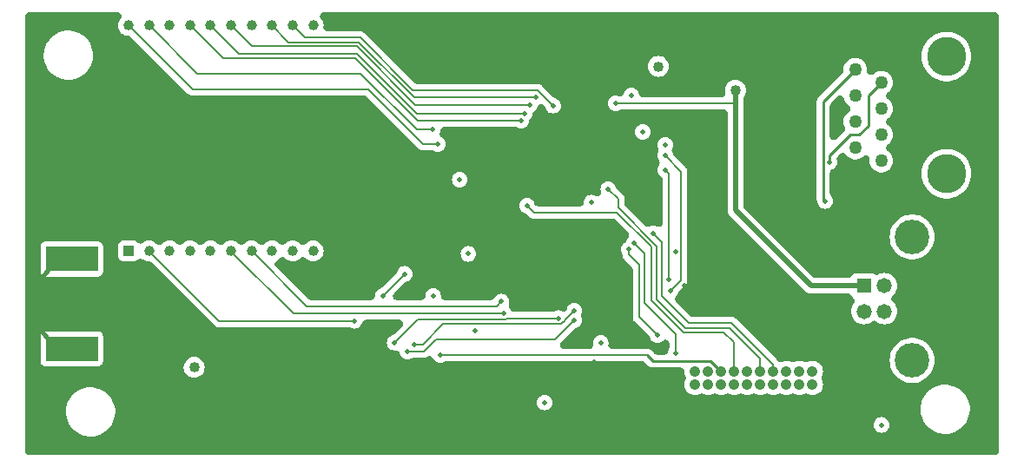
<source format=gbr>
%TF.GenerationSoftware,KiCad,Pcbnew,7.0.1*%
%TF.CreationDate,2023-04-09T14:50:30-07:00*%
%TF.ProjectId,Ground-Station-Telemetry,47726f75-6e64-42d5-9374-6174696f6e2d,rev?*%
%TF.SameCoordinates,Original*%
%TF.FileFunction,Copper,L4,Bot*%
%TF.FilePolarity,Positive*%
%FSLAX46Y46*%
G04 Gerber Fmt 4.6, Leading zero omitted, Abs format (unit mm)*
G04 Created by KiCad (PCBNEW 7.0.1) date 2023-04-09 14:50:30*
%MOMM*%
%LPD*%
G01*
G04 APERTURE LIST*
%TA.AperFunction,ComponentPad*%
%ADD10R,1.008000X1.008000*%
%TD*%
%TA.AperFunction,ComponentPad*%
%ADD11C,1.008000*%
%TD*%
%TA.AperFunction,ComponentPad*%
%ADD12C,1.270000*%
%TD*%
%TA.AperFunction,ComponentPad*%
%ADD13C,3.810000*%
%TD*%
%TA.AperFunction,ComponentPad*%
%ADD14C,1.066800*%
%TD*%
%TA.AperFunction,ComponentPad*%
%ADD15R,1.478000X1.478000*%
%TD*%
%TA.AperFunction,ComponentPad*%
%ADD16C,1.478000*%
%TD*%
%TA.AperFunction,ComponentPad*%
%ADD17C,3.366000*%
%TD*%
%TA.AperFunction,SMDPad,CuDef*%
%ADD18R,5.080000X2.413000*%
%TD*%
%TA.AperFunction,ViaPad*%
%ADD19C,0.500000*%
%TD*%
%TA.AperFunction,ViaPad*%
%ADD20C,1.016000*%
%TD*%
%TA.AperFunction,Conductor*%
%ADD21C,0.508000*%
%TD*%
%TA.AperFunction,Conductor*%
%ADD22C,0.200000*%
%TD*%
%TA.AperFunction,Conductor*%
%ADD23C,0.254000*%
%TD*%
%TA.AperFunction,Conductor*%
%ADD24C,0.381000*%
%TD*%
%TA.AperFunction,Conductor*%
%ADD25C,0.250000*%
%TD*%
G04 APERTURE END LIST*
D10*
%TO.P,U5,1,VCC*%
%TO.N,3.3V*%
X141237500Y-95560000D03*
D11*
%TO.P,U5,2,TX*%
%TO.N,XBEE_TX*%
X143237500Y-95560000D03*
%TO.P,U5,3,RX*%
%TO.N,XBEE_RX*%
X145237500Y-95560000D03*
%TO.P,U5,4,MISO*%
%TO.N,XBEE_MISO*%
X147237500Y-95560000D03*
%TO.P,U5,5,~{RESET}*%
%TO.N,~{XBEE_RST}*%
X149237500Y-95560000D03*
%TO.P,U5,6,PWM0*%
%TO.N,XBEE_PWM0*%
X151237500Y-95560000D03*
%TO.P,U5,7,PWM1*%
%TO.N,XBEE_PWM1*%
X153237500Y-95560000D03*
%TO.P,U5,8,NC*%
%TO.N,unconnected-(U5-NC-Pad8)*%
X155237500Y-95560000D03*
%TO.P,U5,9,DI8*%
%TO.N,XBEE_DIO8*%
X157237500Y-95560000D03*
%TO.P,U5,10,GND*%
%TO.N,Earth*%
X159237500Y-95560000D03*
%TO.P,U5,11,MOSI*%
%TO.N,XBEE_MOSI*%
X159237500Y-73560000D03*
%TO.P,U5,12,DI07*%
%TO.N,XBEE_DIO7*%
X157237500Y-73560000D03*
%TO.P,U5,13,~{SLEEP}*%
%TO.N,~{XBEE_SLEEP}*%
X155237500Y-73560000D03*
%TO.P,U5,14,VREF*%
%TO.N,unconnected-(U5-VREF-Pad14)*%
X153237500Y-73560000D03*
%TO.P,U5,15,DI05*%
%TO.N,XBEE_DIO5*%
X151237500Y-73560000D03*
%TO.P,U5,16,DIO6*%
%TO.N,XBEE_DIO6*%
X149237500Y-73560000D03*
%TO.P,U5,17,SPI_SS*%
%TO.N,XBEE_SS*%
X147237500Y-73560000D03*
%TO.P,U5,18,SCK*%
%TO.N,XBEE_SCK*%
X145237500Y-73560000D03*
%TO.P,U5,19,DIO1*%
%TO.N,XBEE_DIO1*%
X143237500Y-73560000D03*
%TO.P,U5,20,DIO0*%
%TO.N,XBEE_DIO0*%
X141237500Y-73560000D03*
%TD*%
D12*
%TO.P,P3,1*%
%TO.N,B*%
X214630000Y-86741000D03*
%TO.P,P3,2*%
%TO.N,A*%
X212090000Y-85471000D03*
%TO.P,P3,3*%
%TO.N,unconnected-(P3-Pad3)*%
X214630000Y-84201000D03*
%TO.P,P3,4*%
%TO.N,unconnected-(P3-Pad4)*%
X212090000Y-82931000D03*
%TO.P,P3,5*%
%TO.N,unconnected-(P3-Pad5)*%
X214630000Y-81661000D03*
%TO.P,P3,6*%
%TO.N,unconnected-(P3-Pad6)*%
X212090000Y-80391000D03*
%TO.P,P3,7*%
%TO.N,Z*%
X214630000Y-79121000D03*
%TO.P,P3,8*%
%TO.N,Y*%
X212090000Y-77851000D03*
D13*
%TO.P,P3,9*%
%TO.N,N/C*%
X220980000Y-88011000D03*
%TO.P,P3,10*%
X220980000Y-76581000D03*
%TD*%
D14*
%TO.P,P1,1,1*%
%TO.N,3.3V*%
X207899000Y-107303950D03*
%TO.P,P1,2,2*%
X207899000Y-108573950D03*
%TO.P,P1,3,3*%
%TO.N,Earth*%
X206629000Y-107303950D03*
%TO.P,P1,4,4*%
X206629000Y-108573950D03*
%TO.P,P1,5,5*%
X205359000Y-107303950D03*
%TO.P,P1,6,6*%
X205359000Y-108573950D03*
%TO.P,P1,7,7*%
%TO.N,SWDIO*%
X204089000Y-107303950D03*
%TO.P,P1,8,8*%
%TO.N,Earth*%
X204089000Y-108573950D03*
%TO.P,P1,9,9*%
%TO.N,SWCLK*%
X202819000Y-107303950D03*
%TO.P,P1,10,10*%
%TO.N,Earth*%
X202819000Y-108573950D03*
%TO.P,P1,11,11*%
%TO.N,unconnected-(P1-Pad11)*%
X201549000Y-107303950D03*
%TO.P,P1,12,12*%
%TO.N,Earth*%
X201549000Y-108573950D03*
%TO.P,P1,13,13*%
%TO.N,SWO*%
X200279000Y-107303950D03*
%TO.P,P1,14,14*%
%TO.N,Earth*%
X200279000Y-108573950D03*
%TO.P,P1,15,15*%
%TO.N,NRST*%
X199009000Y-107303950D03*
%TO.P,P1,16,16*%
%TO.N,Earth*%
X199009000Y-108573950D03*
%TO.P,P1,17,17*%
%TO.N,unconnected-(P1-Pad17)*%
X197739000Y-107303950D03*
%TO.P,P1,18,18*%
%TO.N,Earth*%
X197739000Y-108573950D03*
%TO.P,P1,19,19*%
%TO.N,unconnected-(P1-Pad19)*%
X196469000Y-107303950D03*
%TO.P,P1,20,20*%
%TO.N,Earth*%
X196469000Y-108573950D03*
%TD*%
D15*
%TO.P,P2,1,VCC*%
%TO.N,5V*%
X212926500Y-98953000D03*
D16*
%TO.P,P2,2,D-*%
%TO.N,/Connectivity/D-*%
X212926500Y-101453000D03*
%TO.P,P2,3,D+*%
%TO.N,/Connectivity/D+*%
X214926500Y-101453000D03*
%TO.P,P2,4,GND*%
%TO.N,Earth*%
X214926500Y-98953000D03*
D17*
%TO.P,P2,S1,SHIELD*%
X217636500Y-106223000D03*
%TO.P,P2,S2,SHIELD*%
X217636500Y-94183000D03*
%TD*%
D18*
%TO.P,AE1,2,Shield*%
%TO.N,Earth*%
X135699500Y-105105200D03*
X135699500Y-96329500D03*
%TD*%
D19*
%TO.N,Earth*%
X163830000Y-99568000D03*
X206629000Y-110617000D03*
X197739000Y-110490000D03*
X202819000Y-110363000D03*
D20*
X217678000Y-98933000D03*
D19*
%TO.N,3.3V*%
X193548000Y-85217000D03*
%TO.N,Earth*%
X195453000Y-98933000D03*
X199009000Y-101219000D03*
X197231000Y-101219000D03*
%TO.N,5V*%
X188722000Y-81153000D03*
%TO.N,RS485_RX*%
X193548000Y-86233000D03*
%TO.N,RS485_TX*%
X193548000Y-87630000D03*
%TO.N,RS485_RX*%
X194056000Y-99441000D03*
%TO.N,RS485_TX*%
X193929000Y-98298000D03*
%TO.N,3.3V*%
X194564000Y-95631000D03*
%TO.N,Y*%
X209169000Y-90678000D03*
%TO.N,Z*%
X209550000Y-86868000D03*
%TO.N,Earth*%
X210312000Y-89154000D03*
X209931000Y-83566000D03*
X192659000Y-89535000D03*
D20*
X191820800Y-74608100D03*
D19*
X186625600Y-106361600D03*
X192620000Y-90590000D03*
D20*
X192312200Y-79925500D03*
D19*
X203964000Y-102489000D03*
X171284900Y-98513900D03*
X200152000Y-96520000D03*
X187579000Y-84836000D03*
D20*
X199136000Y-76581000D03*
X132080000Y-100736400D03*
X142443200Y-100939600D03*
X157388800Y-112918000D03*
D19*
X186563000Y-86106000D03*
X177228500Y-87566500D03*
X168402000Y-94107000D03*
X178562000Y-76327000D03*
X173648000Y-108419000D03*
X189992000Y-84455000D03*
%TO.N,NRST*%
X171652999Y-105715001D03*
D20*
%TO.N,5V*%
X200406000Y-79883000D03*
D19*
%TO.N,3.3V*%
X170929300Y-99936300D03*
X190246000Y-80391000D03*
X186374600Y-90841000D03*
X174377800Y-95841000D03*
X173532800Y-88595200D03*
X191389000Y-83947000D03*
D20*
X192887600Y-77554500D03*
D19*
X181813200Y-110337600D03*
X187274200Y-104521000D03*
D20*
X147640800Y-106918000D03*
D19*
X175040000Y-103344000D03*
X214630000Y-112522000D03*
%TO.N,SWDIO*%
X192379600Y-93827600D03*
%TO.N,SWCLK*%
X188010800Y-89509600D03*
%TO.N,SWO*%
X180086000Y-91135200D03*
%TO.N,XBEE_TX*%
X163271200Y-102362000D03*
%TO.N,XBEE_PWM0*%
X177850800Y-101650800D03*
%TO.N,XBEE_PWM1*%
X177596800Y-100482400D03*
%TO.N,XBEE_SS*%
X179527200Y-82854800D03*
%TO.N,LORA_SCK*%
X183134000Y-102108000D03*
X167182800Y-104495600D03*
%TO.N,LORA_MISO*%
X168452800Y-105359200D03*
X184708800Y-102311200D03*
%TO.N,LORA_MOSI*%
X184708800Y-101396800D03*
X169113200Y-104648000D03*
%TO.N,XBEE_DIO1*%
X170891200Y-83718400D03*
%TO.N,XBEE_DIO5*%
X180340000Y-81330800D03*
%TO.N,XBEE_DIO6*%
X179832000Y-82143600D03*
%TO.N,XBEE_DIO7*%
X182626000Y-81381600D03*
%TO.N,~{XBEE_SLEEP}*%
X180949600Y-80568800D03*
%TO.N,USB_RX*%
X189992000Y-95402400D03*
X192786000Y-103759000D03*
%TO.N,USB_TX*%
X194564000Y-105537000D03*
X190500000Y-94742000D03*
%TO.N,LORA_IO5*%
X168148000Y-97790000D03*
X166014400Y-99923600D03*
%TO.N,XBEE_DIO0*%
X171399200Y-85140800D03*
%TD*%
D21*
%TO.N,5V*%
X200406000Y-91567000D02*
X200406000Y-81026000D01*
X200406000Y-81026000D02*
X200406000Y-79883000D01*
D22*
X188722000Y-81153000D02*
X200279000Y-81153000D01*
X200279000Y-81153000D02*
X200406000Y-81026000D01*
%TO.N,RS485_RX*%
X195114000Y-98383000D02*
X195114000Y-87799000D01*
X194056000Y-99441000D02*
X195114000Y-98383000D01*
X195114000Y-87799000D02*
X193548000Y-86233000D01*
%TO.N,RS485_TX*%
X193929000Y-98298000D02*
X193929000Y-88011000D01*
X193929000Y-88011000D02*
X193548000Y-87630000D01*
D21*
%TO.N,5V*%
X212926500Y-98953000D02*
X207792000Y-98953000D01*
X207792000Y-98953000D02*
X200406000Y-91567000D01*
D23*
%TO.N,Z*%
X213360000Y-83312000D02*
X213360000Y-80391000D01*
X213360000Y-80391000D02*
X214630000Y-79121000D01*
X209550000Y-86868000D02*
X209550000Y-86233000D01*
X211582000Y-84201000D02*
X212471000Y-84201000D01*
X209550000Y-86233000D02*
X211582000Y-84201000D01*
X212471000Y-84201000D02*
X213360000Y-83312000D01*
%TO.N,Y*%
X208973000Y-90482000D02*
X208973000Y-80968000D01*
X209169000Y-90678000D02*
X208973000Y-90482000D01*
X208973000Y-80968000D02*
X212217000Y-77724000D01*
D24*
%TO.N,Earth*%
X134366000Y-104749600D02*
X134518400Y-104749600D01*
X131978400Y-98806000D02*
X134454900Y-96329500D01*
X131978400Y-102666800D02*
X131978400Y-98806000D01*
X134416800Y-105105200D02*
X131978400Y-102666800D01*
X135699500Y-105105200D02*
X134416800Y-105105200D01*
X134454900Y-96329500D02*
X135699500Y-96329500D01*
D25*
%TO.N,NRST*%
X192353999Y-106299000D02*
X191770000Y-105715001D01*
X198004050Y-106299000D02*
X192353999Y-106299000D01*
D22*
X171652999Y-105715001D02*
X191770000Y-105715001D01*
D25*
X199009000Y-107303950D02*
X198004050Y-106299000D01*
D22*
%TO.N,SWDIO*%
X204063600Y-106629200D02*
X204063600Y-107238800D01*
X192379600Y-93827600D02*
X193243200Y-94691200D01*
X195834000Y-102565200D02*
X199999600Y-102565200D01*
X193243200Y-99974400D02*
X195834000Y-102565200D01*
X193243200Y-94691200D02*
X193243200Y-99974400D01*
X199999600Y-102565200D02*
X204063600Y-106629200D01*
%TO.N,SWCLK*%
X188976000Y-91338400D02*
X192735200Y-95097600D01*
X202793600Y-106019600D02*
X202793600Y-107340400D01*
X197358000Y-103073200D02*
X199847200Y-103073200D01*
X199847200Y-103073200D02*
X202793600Y-106019600D01*
X188010800Y-89509600D02*
X188976000Y-90474800D01*
X192735200Y-95097600D02*
X192735200Y-100279200D01*
X188976000Y-90474800D02*
X188976000Y-91338400D01*
X195529200Y-103073200D02*
X197358000Y-103073200D01*
X192735200Y-100279200D02*
X195529200Y-103073200D01*
%TO.N,SWO*%
X192227200Y-100336885D02*
X192227200Y-95155286D01*
X200279000Y-107303950D02*
X200279000Y-104470200D01*
X195363514Y-103473200D02*
X192227200Y-100336885D01*
X188867514Y-91795600D02*
X180746400Y-91795600D01*
X180746400Y-91795600D02*
X180086000Y-91135200D01*
X199282000Y-103473200D02*
X195363514Y-103473200D01*
X192227200Y-95155286D02*
X188867514Y-91795600D01*
X200279000Y-104470200D02*
X199282000Y-103473200D01*
%TO.N,XBEE_TX*%
X163271200Y-102362000D02*
X150063200Y-102362000D01*
X150063200Y-102362000D02*
X143306800Y-95605600D01*
%TO.N,XBEE_PWM0*%
X177850800Y-101650800D02*
X157327600Y-101650800D01*
X157327600Y-101650800D02*
X151180800Y-95504000D01*
%TO.N,XBEE_PWM1*%
X177139600Y-100939600D02*
X177596800Y-100482400D01*
X153237500Y-95560000D02*
X158617100Y-100939600D01*
X158617100Y-100939600D02*
X177139600Y-100939600D01*
%TO.N,XBEE_SS*%
X163365914Y-76758800D02*
X169461914Y-82854800D01*
X169461914Y-82854800D02*
X179527200Y-82854800D01*
X150436300Y-76758800D02*
X163365914Y-76758800D01*
X147237500Y-73560000D02*
X150436300Y-76758800D01*
%TO.N,LORA_SCK*%
X183134000Y-102108000D02*
X178171418Y-102108000D01*
X178171418Y-102108000D02*
X178003200Y-102276218D01*
X169402182Y-102276218D02*
X167182800Y-104495600D01*
X178003200Y-102276218D02*
X169402182Y-102276218D01*
%TO.N,LORA_MISO*%
X171196000Y-104190800D02*
X182829200Y-104190800D01*
X168452800Y-105359200D02*
X170027600Y-105359200D01*
X182829200Y-104190800D02*
X184708800Y-102311200D01*
X170027600Y-105359200D02*
X171196000Y-104190800D01*
%TO.N,LORA_MOSI*%
X183515000Y-102590600D02*
X183743600Y-102362000D01*
X169113200Y-104648000D02*
X169926000Y-104648000D01*
X169926000Y-104648000D02*
X171897782Y-102676218D01*
X171897782Y-102676218D02*
X183429382Y-102676218D01*
X183743600Y-102362000D02*
X183870600Y-102235000D01*
X183870600Y-102235000D02*
X184708800Y-101396800D01*
X183429382Y-102676218D02*
X183743600Y-102362000D01*
%TO.N,XBEE_DIO1*%
X169316400Y-83718400D02*
X170891200Y-83718400D01*
X147960300Y-78282800D02*
X163880800Y-78282800D01*
X143237500Y-73560000D02*
X147960300Y-78282800D01*
X163880800Y-78282800D02*
X169316400Y-83718400D01*
%TO.N,XBEE_DIO5*%
X153267900Y-75590400D02*
X163474400Y-75590400D01*
X169214800Y-81330800D02*
X180340000Y-81330800D01*
X151237500Y-73560000D02*
X153267900Y-75590400D01*
X163474400Y-75590400D02*
X169214800Y-81330800D01*
%TO.N,XBEE_DIO6*%
X149237500Y-73560000D02*
X152029900Y-76352400D01*
X169316400Y-82143600D02*
X179832000Y-82143600D01*
X152029900Y-76352400D02*
X163525200Y-76352400D01*
X163525200Y-76352400D02*
X169316400Y-82143600D01*
%TO.N,XBEE_DIO7*%
X181102000Y-79857600D02*
X182626000Y-81381600D01*
X157237500Y-73560000D02*
X158404300Y-74726800D01*
X163830000Y-74726800D02*
X168960800Y-79857600D01*
X158404300Y-74726800D02*
X163830000Y-74726800D01*
X168960800Y-79857600D02*
X181102000Y-79857600D01*
%TO.N,~{XBEE_SLEEP}*%
X155237500Y-73560000D02*
X156861500Y-75184000D01*
X156861500Y-75184000D02*
X163677600Y-75184000D01*
X169062400Y-80568800D02*
X180949600Y-80568800D01*
X163677600Y-75184000D02*
X169062400Y-80568800D01*
%TO.N,USB_RX*%
X191008000Y-101981000D02*
X192786000Y-103759000D01*
X191008000Y-96926400D02*
X191008000Y-101981000D01*
X189992000Y-95402400D02*
X189992000Y-95910400D01*
X189992000Y-95910400D02*
X191008000Y-96926400D01*
%TO.N,USB_TX*%
X191566800Y-100634800D02*
X194564000Y-103632000D01*
X191566800Y-95808800D02*
X191566800Y-100634800D01*
X190500000Y-94742000D02*
X191566800Y-95808800D01*
X194564000Y-104902000D02*
X194564000Y-105537000D01*
X194564000Y-103632000D02*
X194564000Y-104902000D01*
%TO.N,LORA_IO5*%
X168148000Y-97790000D02*
X166014400Y-99923600D01*
%TO.N,XBEE_DIO0*%
X169976800Y-85140800D02*
X171399200Y-85140800D01*
X147484300Y-79806800D02*
X164642800Y-79806800D01*
X164642800Y-79806800D02*
X169976800Y-85140800D01*
X141237500Y-73560000D02*
X147484300Y-79806800D01*
%TD*%
%TA.AperFunction,Conductor*%
%TO.N,Earth*%
G36*
X210761264Y-80415140D02*
G01*
X210857062Y-80474019D01*
X210931435Y-80558356D01*
X210977870Y-80660766D01*
X211019150Y-80805851D01*
X211113609Y-80995551D01*
X211113610Y-80995552D01*
X211113611Y-80995554D01*
X211155040Y-81050415D01*
X211232508Y-81152999D01*
X211241323Y-81164671D01*
X211397935Y-81307442D01*
X211447157Y-81337919D01*
X211531289Y-81408726D01*
X211591625Y-81500658D01*
X211623111Y-81606018D01*
X211623111Y-81715982D01*
X211591625Y-81821342D01*
X211531289Y-81913274D01*
X211447157Y-81984080D01*
X211415594Y-82003623D01*
X211397933Y-82014559D01*
X211241322Y-82157329D01*
X211113609Y-82326448D01*
X211019150Y-82516148D01*
X210961155Y-82719981D01*
X210941601Y-82930999D01*
X210961155Y-83142018D01*
X211014840Y-83330705D01*
X211019150Y-83345850D01*
X211069892Y-83447755D01*
X211105454Y-83560291D01*
X211104773Y-83678312D01*
X211067913Y-83790432D01*
X210998431Y-83885834D01*
X210257201Y-84627065D01*
X210167631Y-84693495D01*
X210062635Y-84731063D01*
X209951254Y-84736535D01*
X209843080Y-84709439D01*
X209747431Y-84652109D01*
X209672542Y-84569482D01*
X209624863Y-84468673D01*
X209608500Y-84358365D01*
X209608500Y-81388634D01*
X209621448Y-81290283D01*
X209659410Y-81198634D01*
X209719799Y-81119934D01*
X210343675Y-80496057D01*
X210434075Y-80429185D01*
X210540087Y-80391696D01*
X210652429Y-80386874D01*
X210761264Y-80415140D01*
G37*
%TD.AperFunction*%
%TA.AperFunction,Conductor*%
G36*
X140308716Y-72283099D02*
G01*
X140416753Y-72339876D01*
X140501219Y-72427972D01*
X140553401Y-72538302D01*
X140567917Y-72659483D01*
X140543268Y-72779015D01*
X140481998Y-72884568D01*
X140391566Y-72994760D01*
X140297544Y-73170662D01*
X140239649Y-73361513D01*
X140220100Y-73560000D01*
X140239649Y-73758486D01*
X140297544Y-73949337D01*
X140297546Y-73949342D01*
X140391564Y-74125237D01*
X140417227Y-74156508D01*
X140518089Y-74279410D01*
X140594762Y-74342333D01*
X140672263Y-74405936D01*
X140848158Y-74499954D01*
X140926975Y-74523863D01*
X141039014Y-74557850D01*
X141274747Y-74581068D01*
X141274405Y-74584534D01*
X141312644Y-74586392D01*
X141417729Y-74623953D01*
X141507372Y-74690421D01*
X147008217Y-80191266D01*
X147040988Y-80228635D01*
X147050313Y-80240787D01*
X147062467Y-80250113D01*
X147062470Y-80250116D01*
X147124237Y-80297512D01*
X147159694Y-80324719D01*
X147177425Y-80338324D01*
X147325450Y-80399638D01*
X147444415Y-80415300D01*
X147444422Y-80415300D01*
X147484300Y-80420550D01*
X147499486Y-80418550D01*
X147549083Y-80415300D01*
X164233349Y-80415300D01*
X164331700Y-80428248D01*
X164423349Y-80466210D01*
X164502050Y-80526599D01*
X169500717Y-85525266D01*
X169533488Y-85562635D01*
X169542812Y-85574786D01*
X169554967Y-85584113D01*
X169554969Y-85584115D01*
X169561062Y-85588790D01*
X169574725Y-85599274D01*
X169574728Y-85599277D01*
X169669924Y-85672324D01*
X169817949Y-85733638D01*
X169821181Y-85734063D01*
X169837338Y-85736191D01*
X169837343Y-85736191D01*
X169936915Y-85749300D01*
X169936920Y-85749300D01*
X169976800Y-85754550D01*
X169991987Y-85752550D01*
X170041583Y-85749300D01*
X170832481Y-85749300D01*
X170937678Y-85764151D01*
X171034650Y-85807543D01*
X171068017Y-85828509D01*
X171229350Y-85884962D01*
X171399200Y-85904099D01*
X171569050Y-85884962D01*
X171730383Y-85828509D01*
X171875109Y-85737571D01*
X171995971Y-85616709D01*
X172086909Y-85471983D01*
X172143362Y-85310650D01*
X172162499Y-85140800D01*
X172143362Y-84970950D01*
X172086909Y-84809617D01*
X171995971Y-84664891D01*
X171875109Y-84544029D01*
X171874702Y-84543773D01*
X171747054Y-84463566D01*
X171668742Y-84398185D01*
X171610645Y-84314327D01*
X171576951Y-84218034D01*
X171570089Y-84116248D01*
X171590551Y-84016309D01*
X171614804Y-83947000D01*
X190625701Y-83947000D01*
X190644838Y-84116852D01*
X190701291Y-84278184D01*
X190792226Y-84422905D01*
X190792229Y-84422909D01*
X190913091Y-84543771D01*
X190913093Y-84543772D01*
X190913094Y-84543773D01*
X191045651Y-84627065D01*
X191057817Y-84634709D01*
X191219150Y-84691162D01*
X191389000Y-84710299D01*
X191558850Y-84691162D01*
X191720183Y-84634709D01*
X191864909Y-84543771D01*
X191985771Y-84422909D01*
X192076709Y-84278183D01*
X192133162Y-84116850D01*
X192152299Y-83947000D01*
X192133162Y-83777150D01*
X192076709Y-83615817D01*
X192064537Y-83596446D01*
X191985773Y-83471094D01*
X191985772Y-83471093D01*
X191985771Y-83471091D01*
X191864909Y-83350229D01*
X191864906Y-83350227D01*
X191864905Y-83350226D01*
X191720184Y-83259291D01*
X191558852Y-83202838D01*
X191389000Y-83183701D01*
X191219147Y-83202838D01*
X191057815Y-83259291D01*
X190913094Y-83350226D01*
X190792226Y-83471094D01*
X190701291Y-83615815D01*
X190644838Y-83777147D01*
X190625701Y-83947000D01*
X171614804Y-83947000D01*
X171635362Y-83888250D01*
X171645220Y-83800752D01*
X171673410Y-83693951D01*
X171731126Y-83599768D01*
X171813490Y-83526162D01*
X171913543Y-83479355D01*
X172022831Y-83463300D01*
X178960481Y-83463300D01*
X179065678Y-83478151D01*
X179162650Y-83521543D01*
X179196017Y-83542509D01*
X179357350Y-83598962D01*
X179527200Y-83618099D01*
X179697050Y-83598962D01*
X179858383Y-83542509D01*
X180003109Y-83451571D01*
X180123971Y-83330709D01*
X180214909Y-83185983D01*
X180271362Y-83024650D01*
X180287931Y-82877589D01*
X180306865Y-82794634D01*
X180343786Y-82717966D01*
X180396839Y-82651440D01*
X180428771Y-82619509D01*
X180432808Y-82613085D01*
X180455204Y-82577442D01*
X180519709Y-82474783D01*
X180576162Y-82313450D01*
X180584196Y-82242138D01*
X180613513Y-82132727D01*
X180673777Y-82036816D01*
X180759628Y-81962934D01*
X180815909Y-81927571D01*
X180936771Y-81806709D01*
X181027709Y-81661983D01*
X181084162Y-81500650D01*
X181084162Y-81500645D01*
X181091877Y-81478599D01*
X181142412Y-81381733D01*
X181218419Y-81303249D01*
X181313615Y-81249635D01*
X181420131Y-81225324D01*
X181529162Y-81232324D01*
X181631695Y-81270057D01*
X181719254Y-81335403D01*
X181791732Y-81407881D01*
X181844786Y-81474409D01*
X181881706Y-81551075D01*
X181938291Y-81712783D01*
X182018672Y-81840709D01*
X182029229Y-81857509D01*
X182150091Y-81978371D01*
X182150093Y-81978372D01*
X182150094Y-81978373D01*
X182262175Y-82048799D01*
X182294817Y-82069309D01*
X182456150Y-82125762D01*
X182626000Y-82144899D01*
X182795850Y-82125762D01*
X182957183Y-82069309D01*
X183101909Y-81978371D01*
X183222771Y-81857509D01*
X183313709Y-81712783D01*
X183370162Y-81551450D01*
X183389299Y-81381600D01*
X183370162Y-81211750D01*
X183349604Y-81152999D01*
X187958701Y-81152999D01*
X187977838Y-81322852D01*
X188034291Y-81484184D01*
X188125226Y-81628905D01*
X188125229Y-81628909D01*
X188246091Y-81749771D01*
X188246093Y-81749772D01*
X188246094Y-81749773D01*
X188380257Y-81834074D01*
X188390817Y-81840709D01*
X188552150Y-81897162D01*
X188722000Y-81916299D01*
X188891850Y-81897162D01*
X189053183Y-81840709D01*
X189086549Y-81819743D01*
X189183522Y-81776351D01*
X189288719Y-81761500D01*
X199263500Y-81761500D01*
X199380926Y-81780099D01*
X199486858Y-81834074D01*
X199570926Y-81918142D01*
X199624901Y-82024074D01*
X199643500Y-82141500D01*
X199643500Y-91483767D01*
X199639488Y-91538839D01*
X199638633Y-91544670D01*
X199642054Y-91583763D01*
X199643118Y-91608149D01*
X199646728Y-91639041D01*
X199647848Y-91650012D01*
X199655150Y-91733461D01*
X199683811Y-91812209D01*
X199687438Y-91822643D01*
X199713776Y-91902127D01*
X199719965Y-91911537D01*
X199719966Y-91911539D01*
X199758065Y-91969466D01*
X199759800Y-91972103D01*
X199765738Y-91981423D01*
X199809724Y-92052733D01*
X199817913Y-92060459D01*
X199817915Y-92060462D01*
X199870652Y-92110217D01*
X199878580Y-92117917D01*
X207193979Y-99433317D01*
X207230080Y-99475091D01*
X207233602Y-99479822D01*
X207233603Y-99479823D01*
X207263656Y-99505040D01*
X207281664Y-99521541D01*
X207306054Y-99540826D01*
X207314620Y-99547804D01*
X207370147Y-99594396D01*
X207370148Y-99594396D01*
X207378775Y-99601635D01*
X207388976Y-99606391D01*
X207388980Y-99606395D01*
X207454723Y-99637051D01*
X207464646Y-99641855D01*
X207529434Y-99674394D01*
X207529437Y-99674394D01*
X207539495Y-99679446D01*
X207550520Y-99681722D01*
X207550526Y-99681725D01*
X207621578Y-99696395D01*
X207632260Y-99698763D01*
X207702877Y-99715500D01*
X207702881Y-99715500D01*
X207713835Y-99718096D01*
X207725089Y-99717768D01*
X207725091Y-99717769D01*
X207795013Y-99715734D01*
X207797543Y-99715661D01*
X207808595Y-99715500D01*
X211389708Y-99715500D01*
X211503256Y-99732861D01*
X211606429Y-99783359D01*
X211689798Y-99862378D01*
X211718866Y-99914499D01*
X211824237Y-100055259D01*
X211824238Y-100055259D01*
X211824239Y-100055261D01*
X211892219Y-100106150D01*
X211895672Y-100108735D01*
X211977135Y-100192028D01*
X212029533Y-100296088D01*
X212047942Y-100411132D01*
X212030630Y-100526345D01*
X211979224Y-100630899D01*
X211842008Y-100826864D01*
X211749756Y-101024699D01*
X211693260Y-101235545D01*
X211674234Y-101452999D01*
X211690788Y-101642201D01*
X211693260Y-101670454D01*
X211731040Y-101811452D01*
X211749757Y-101881302D01*
X211842007Y-102079135D01*
X211967203Y-102257933D01*
X211967206Y-102257936D01*
X211967209Y-102257940D01*
X212121560Y-102412291D01*
X212121563Y-102412293D01*
X212121566Y-102412296D01*
X212300364Y-102537492D01*
X212379284Y-102574292D01*
X212498200Y-102629744D01*
X212709046Y-102686240D01*
X212926500Y-102705265D01*
X213143954Y-102686240D01*
X213354800Y-102629744D01*
X213552633Y-102537493D01*
X213708546Y-102428321D01*
X213812231Y-102377190D01*
X213926500Y-102359602D01*
X214040769Y-102377190D01*
X214144453Y-102428321D01*
X214300367Y-102537493D01*
X214498200Y-102629744D01*
X214709046Y-102686240D01*
X214926500Y-102705265D01*
X215143954Y-102686240D01*
X215354800Y-102629744D01*
X215552633Y-102537493D01*
X215552633Y-102537492D01*
X215552635Y-102537492D01*
X215731433Y-102412296D01*
X215731433Y-102412295D01*
X215731440Y-102412291D01*
X215885791Y-102257940D01*
X215885796Y-102257933D01*
X216010992Y-102079135D01*
X216038154Y-102020885D01*
X216103244Y-101881300D01*
X216159740Y-101670454D01*
X216178765Y-101453000D01*
X216159740Y-101235546D01*
X216103244Y-101024700D01*
X216010993Y-100826868D01*
X215885791Y-100648060D01*
X215731440Y-100493709D01*
X215731436Y-100493706D01*
X215709077Y-100471347D01*
X215639195Y-100375162D01*
X215602456Y-100262091D01*
X215602457Y-100143200D01*
X215639196Y-100030129D01*
X215709078Y-99933945D01*
X215885405Y-99757618D01*
X216010558Y-99578882D01*
X216102770Y-99381129D01*
X216159245Y-99170364D01*
X216178263Y-98952999D01*
X216159245Y-98735635D01*
X216102770Y-98524867D01*
X216010560Y-98327121D01*
X215885407Y-98148384D01*
X215731115Y-97994092D01*
X215552382Y-97868941D01*
X215354629Y-97776729D01*
X215143864Y-97720254D01*
X214926500Y-97701236D01*
X214709135Y-97720254D01*
X214498370Y-97776729D01*
X214354279Y-97843919D01*
X214256700Y-97874260D01*
X214154564Y-97877502D01*
X214055258Y-97853410D01*
X213965961Y-97803727D01*
X213911703Y-97763110D01*
X213774702Y-97712011D01*
X213744419Y-97708755D01*
X213714138Y-97705500D01*
X212138862Y-97705500D01*
X212118674Y-97707670D01*
X212078297Y-97712011D01*
X211941296Y-97763110D01*
X211824238Y-97850738D01*
X211718866Y-97991500D01*
X211689798Y-98043622D01*
X211606429Y-98122641D01*
X211503256Y-98173139D01*
X211389708Y-98190500D01*
X208265240Y-98190500D01*
X208166889Y-98177552D01*
X208075240Y-98139590D01*
X207996539Y-98079201D01*
X204100338Y-94183000D01*
X215440379Y-94183000D01*
X215460835Y-94482039D01*
X215521817Y-94775506D01*
X215622193Y-95057936D01*
X215760091Y-95324068D01*
X215932943Y-95568943D01*
X216137530Y-95788002D01*
X216370044Y-95977166D01*
X216626140Y-96132901D01*
X216901061Y-96252317D01*
X217189684Y-96333185D01*
X217486634Y-96374000D01*
X217786366Y-96374000D01*
X218083315Y-96333185D01*
X218371938Y-96252317D01*
X218646859Y-96132901D01*
X218902955Y-95977166D01*
X219135469Y-95788002D01*
X219340056Y-95568943D01*
X219512908Y-95324068D01*
X219650806Y-95057936D01*
X219751182Y-94775506D01*
X219812164Y-94482039D01*
X219832620Y-94183000D01*
X219812164Y-93883960D01*
X219751182Y-93590493D01*
X219650806Y-93308063D01*
X219512908Y-93041931D01*
X219340056Y-92797056D01*
X219135469Y-92577997D01*
X218902955Y-92388833D01*
X218646859Y-92233098D01*
X218371938Y-92113682D01*
X218083315Y-92032814D01*
X217786366Y-91992000D01*
X217486634Y-91992000D01*
X217189684Y-92032814D01*
X216901061Y-92113682D01*
X216626140Y-92233098D01*
X216370044Y-92388833D01*
X216137530Y-92577997D01*
X215932943Y-92797056D01*
X215760091Y-93041931D01*
X215622193Y-93308063D01*
X215521817Y-93590493D01*
X215460835Y-93883960D01*
X215440379Y-94183000D01*
X204100338Y-94183000D01*
X201279799Y-91362461D01*
X201219410Y-91283760D01*
X201181448Y-91192111D01*
X201168500Y-91093760D01*
X201168500Y-80947878D01*
X208332764Y-80947878D01*
X208335813Y-80980123D01*
X208337500Y-81015885D01*
X208337500Y-90369890D01*
X208334513Y-90396937D01*
X208337313Y-90486035D01*
X208337500Y-90497968D01*
X208337500Y-90526719D01*
X208339316Y-90549812D01*
X208340334Y-90582205D01*
X208340437Y-90582558D01*
X208352525Y-90640925D01*
X208352572Y-90641297D01*
X208364498Y-90671420D01*
X208376090Y-90705278D01*
X208388257Y-90747157D01*
X208410501Y-90795836D01*
X208417140Y-90825853D01*
X208481291Y-91009184D01*
X208553585Y-91124238D01*
X208572229Y-91153909D01*
X208693091Y-91274771D01*
X208693093Y-91274772D01*
X208693094Y-91274773D01*
X208832647Y-91362461D01*
X208837817Y-91365709D01*
X208999150Y-91422162D01*
X209169000Y-91441299D01*
X209338850Y-91422162D01*
X209500183Y-91365709D01*
X209644909Y-91274771D01*
X209765771Y-91153909D01*
X209856709Y-91009183D01*
X209913162Y-90847850D01*
X209932299Y-90678000D01*
X209913162Y-90508150D01*
X209856709Y-90346817D01*
X209854855Y-90343867D01*
X209765773Y-90202094D01*
X209765772Y-90202093D01*
X209765771Y-90202091D01*
X209719795Y-90156115D01*
X209659410Y-90077419D01*
X209621448Y-89985770D01*
X209608500Y-89887419D01*
X209608500Y-88011000D01*
X218561728Y-88011000D01*
X218580796Y-88314090D01*
X218634421Y-88595200D01*
X218637702Y-88612400D01*
X218731548Y-88901225D01*
X218860852Y-89176011D01*
X219023577Y-89432425D01*
X219217156Y-89666421D01*
X219438535Y-89874311D01*
X219684225Y-90052815D01*
X219950350Y-90199118D01*
X219950352Y-90199119D01*
X219970227Y-90206988D01*
X220232713Y-90310913D01*
X220526861Y-90386438D01*
X220828155Y-90424500D01*
X221131842Y-90424500D01*
X221131845Y-90424500D01*
X221433139Y-90386438D01*
X221727287Y-90310913D01*
X222009650Y-90199118D01*
X222275775Y-90052815D01*
X222521465Y-89874311D01*
X222742844Y-89666421D01*
X222936423Y-89432425D01*
X223099148Y-89176011D01*
X223228452Y-88901225D01*
X223322298Y-88612400D01*
X223379203Y-88314090D01*
X223398272Y-88011000D01*
X223379203Y-87707910D01*
X223369575Y-87657440D01*
X223338040Y-87492125D01*
X223322298Y-87409600D01*
X223228452Y-87120775D01*
X223099148Y-86845989D01*
X222936423Y-86589575D01*
X222742844Y-86355579D01*
X222521465Y-86147689D01*
X222275775Y-85969185D01*
X222113303Y-85879865D01*
X222009647Y-85822880D01*
X221727285Y-85711086D01*
X221433144Y-85635563D01*
X221433141Y-85635562D01*
X221433139Y-85635562D01*
X221131845Y-85597500D01*
X220828155Y-85597500D01*
X220526861Y-85635562D01*
X220526859Y-85635562D01*
X220526855Y-85635563D01*
X220232714Y-85711086D01*
X219950352Y-85822880D01*
X219684225Y-85969185D01*
X219438533Y-86147690D01*
X219217155Y-86355579D01*
X219023578Y-86589573D01*
X219023577Y-86589575D01*
X218860852Y-86845989D01*
X218731548Y-87120775D01*
X218706071Y-87199184D01*
X218637701Y-87409603D01*
X218580796Y-87707909D01*
X218561728Y-88011000D01*
X209608500Y-88011000D01*
X209608500Y-87920749D01*
X209626445Y-87805352D01*
X209678587Y-87700854D01*
X209760000Y-87617125D01*
X209862990Y-87562074D01*
X209881183Y-87555709D01*
X210025909Y-87464771D01*
X210146771Y-87343909D01*
X210237709Y-87199183D01*
X210294162Y-87037850D01*
X210313299Y-86868000D01*
X210294162Y-86698150D01*
X210292516Y-86693445D01*
X210271790Y-86589246D01*
X210280719Y-86483382D01*
X210318607Y-86384127D01*
X210382487Y-86299243D01*
X210586504Y-86095226D01*
X210672854Y-86030540D01*
X210773907Y-85992728D01*
X210881514Y-85984842D01*
X210986999Y-86007518D01*
X211081860Y-86058928D01*
X211158447Y-86134927D01*
X211232509Y-86233000D01*
X211241323Y-86244671D01*
X211397935Y-86387442D01*
X211578115Y-86499005D01*
X211775726Y-86575560D01*
X211984039Y-86614500D01*
X212195961Y-86614500D01*
X212404274Y-86575560D01*
X212601885Y-86499005D01*
X212782065Y-86387442D01*
X212857044Y-86319088D01*
X212951566Y-86255931D01*
X213060544Y-86223558D01*
X213174222Y-86224871D01*
X213282425Y-86259751D01*
X213375467Y-86325077D01*
X213445022Y-86415003D01*
X213484863Y-86521479D01*
X213491425Y-86634975D01*
X213481600Y-86740998D01*
X213501155Y-86952018D01*
X213559150Y-87155851D01*
X213653609Y-87345551D01*
X213743641Y-87464773D01*
X213781323Y-87514671D01*
X213937935Y-87657442D01*
X214118115Y-87769005D01*
X214315726Y-87845560D01*
X214524039Y-87884500D01*
X214735961Y-87884500D01*
X214944274Y-87845560D01*
X215141885Y-87769005D01*
X215322065Y-87657442D01*
X215478677Y-87514671D01*
X215606389Y-87345554D01*
X215700850Y-87155850D01*
X215758845Y-86952018D01*
X215778399Y-86741000D01*
X215758845Y-86529982D01*
X215700850Y-86326150D01*
X215606389Y-86136446D01*
X215478677Y-85967329D01*
X215322065Y-85824558D01*
X215322064Y-85824557D01*
X215272842Y-85794080D01*
X215188709Y-85723272D01*
X215128373Y-85631338D01*
X215096887Y-85525978D01*
X215096888Y-85416013D01*
X215128376Y-85310653D01*
X215188714Y-85218721D01*
X215272839Y-85147921D01*
X215322065Y-85117442D01*
X215478677Y-84974671D01*
X215606389Y-84805554D01*
X215700850Y-84615850D01*
X215758845Y-84412018D01*
X215778399Y-84201000D01*
X215758845Y-83989982D01*
X215700850Y-83786150D01*
X215606389Y-83596446D01*
X215478677Y-83427329D01*
X215322065Y-83284558D01*
X215322064Y-83284557D01*
X215272842Y-83254080D01*
X215188709Y-83183272D01*
X215128373Y-83091338D01*
X215096887Y-82985978D01*
X215096888Y-82876013D01*
X215128376Y-82770653D01*
X215188714Y-82678721D01*
X215272839Y-82607921D01*
X215322065Y-82577442D01*
X215478677Y-82434671D01*
X215606389Y-82265554D01*
X215700850Y-82075850D01*
X215758845Y-81872018D01*
X215778399Y-81661000D01*
X215758845Y-81449982D01*
X215700850Y-81246150D01*
X215606389Y-81056446D01*
X215478677Y-80887329D01*
X215322065Y-80744558D01*
X215322064Y-80744557D01*
X215272842Y-80714080D01*
X215188709Y-80643272D01*
X215128373Y-80551338D01*
X215096887Y-80445978D01*
X215096888Y-80336013D01*
X215128376Y-80230653D01*
X215188714Y-80138721D01*
X215272839Y-80067921D01*
X215322065Y-80037442D01*
X215478677Y-79894671D01*
X215606389Y-79725554D01*
X215700850Y-79535850D01*
X215758845Y-79332018D01*
X215778399Y-79121000D01*
X215758845Y-78909982D01*
X215700850Y-78706150D01*
X215606389Y-78516446D01*
X215478677Y-78347329D01*
X215322065Y-78204558D01*
X215141885Y-78092995D01*
X215083863Y-78070517D01*
X214944273Y-78016439D01*
X214735961Y-77977500D01*
X214524039Y-77977500D01*
X214315726Y-78016439D01*
X214118117Y-78092994D01*
X214118116Y-78092994D01*
X214118115Y-78092995D01*
X213989618Y-78172556D01*
X213937930Y-78204561D01*
X213862956Y-78272909D01*
X213768430Y-78336069D01*
X213659451Y-78368441D01*
X213545773Y-78367128D01*
X213437571Y-78332246D01*
X213344529Y-78266919D01*
X213274976Y-78176993D01*
X213235135Y-78070517D01*
X213228574Y-77957022D01*
X213238399Y-77851000D01*
X213218845Y-77639982D01*
X213160850Y-77436150D01*
X213066389Y-77246446D01*
X212938677Y-77077329D01*
X212782065Y-76934558D01*
X212601885Y-76822995D01*
X212560512Y-76806966D01*
X212404273Y-76746439D01*
X212195961Y-76707500D01*
X211984039Y-76707500D01*
X211775726Y-76746439D01*
X211578117Y-76822994D01*
X211578116Y-76822994D01*
X211578115Y-76822995D01*
X211397935Y-76934558D01*
X211397933Y-76934559D01*
X211397934Y-76934559D01*
X211241322Y-77077329D01*
X211113609Y-77246448D01*
X211019150Y-77436148D01*
X210961155Y-77639981D01*
X210941601Y-77851000D01*
X210946314Y-77901869D01*
X210940345Y-78012499D01*
X210902719Y-78116705D01*
X210836636Y-78205630D01*
X208602896Y-80439369D01*
X208581655Y-80456388D01*
X208520654Y-80521346D01*
X208512359Y-80529907D01*
X208492005Y-80550261D01*
X208476970Y-80567864D01*
X208454783Y-80591491D01*
X208454605Y-80591817D01*
X208421882Y-80641633D01*
X208421648Y-80641933D01*
X208408780Y-80671670D01*
X208393040Y-80703800D01*
X208377431Y-80732193D01*
X208377340Y-80732551D01*
X208358030Y-80788952D01*
X208357882Y-80789292D01*
X208352815Y-80821287D01*
X208345556Y-80856339D01*
X208337500Y-80887716D01*
X208337500Y-80888079D01*
X208332821Y-80947525D01*
X208332764Y-80947878D01*
X201168500Y-80947878D01*
X201168500Y-80692174D01*
X201178427Y-80605885D01*
X201207688Y-80524104D01*
X201254756Y-80451105D01*
X201255278Y-80450469D01*
X201349667Y-80273880D01*
X201407792Y-80082269D01*
X201427418Y-79883000D01*
X201417876Y-79786122D01*
X201407792Y-79683731D01*
X201349667Y-79492120D01*
X201255279Y-79315532D01*
X201213613Y-79264762D01*
X201128252Y-79160748D01*
X200973469Y-79033722D01*
X200973470Y-79033722D01*
X200973467Y-79033720D01*
X200796879Y-78939332D01*
X200605268Y-78881207D01*
X200406000Y-78861581D01*
X200206731Y-78881207D01*
X200015120Y-78939332D01*
X199838532Y-79033720D01*
X199683748Y-79160748D01*
X199556720Y-79315532D01*
X199462332Y-79492120D01*
X199404207Y-79683731D01*
X199384581Y-79882999D01*
X199407876Y-80119516D01*
X199404875Y-80119811D01*
X199412002Y-80170729D01*
X199391884Y-80286655D01*
X199337268Y-80390871D01*
X199253391Y-80473384D01*
X199148294Y-80526284D01*
X199032053Y-80544500D01*
X191366184Y-80544500D01*
X191256897Y-80528445D01*
X191156844Y-80481639D01*
X191074480Y-80408034D01*
X191016764Y-80313852D01*
X190998844Y-80245963D01*
X190975756Y-80179982D01*
X190933709Y-80059817D01*
X190842771Y-79915091D01*
X190721909Y-79794229D01*
X190721906Y-79794227D01*
X190721905Y-79794226D01*
X190577184Y-79703291D01*
X190415852Y-79646838D01*
X190246000Y-79627701D01*
X190076147Y-79646838D01*
X189914815Y-79703291D01*
X189770094Y-79794226D01*
X189649226Y-79915094D01*
X189558291Y-80059816D01*
X189502292Y-80219850D01*
X189445954Y-80324544D01*
X189360020Y-80406704D01*
X189252904Y-80458289D01*
X189135090Y-80474247D01*
X189018113Y-80453019D01*
X188891850Y-80408838D01*
X188722000Y-80389701D01*
X188552147Y-80408838D01*
X188390815Y-80465291D01*
X188246094Y-80556226D01*
X188125226Y-80677094D01*
X188034291Y-80821815D01*
X187977838Y-80983147D01*
X187958701Y-81152999D01*
X183349604Y-81152999D01*
X183313709Y-81050417D01*
X183222771Y-80905691D01*
X183101909Y-80784829D01*
X183101906Y-80784827D01*
X183101905Y-80784826D01*
X182957183Y-80693891D01*
X182795475Y-80637306D01*
X182718809Y-80600386D01*
X182652281Y-80547332D01*
X181578082Y-79473133D01*
X181545309Y-79435762D01*
X181535985Y-79423611D01*
X181523831Y-79414285D01*
X181456989Y-79362995D01*
X181408876Y-79326076D01*
X181260851Y-79264762D01*
X181260850Y-79264761D01*
X181260848Y-79264761D01*
X181241483Y-79262210D01*
X181241457Y-79262208D01*
X181241456Y-79262208D01*
X181214748Y-79258692D01*
X181117201Y-79245850D01*
X181117186Y-79245849D01*
X181102000Y-79243850D01*
X181086812Y-79245849D01*
X181037217Y-79249100D01*
X169370250Y-79249100D01*
X169271899Y-79236152D01*
X169180250Y-79198190D01*
X169101549Y-79137801D01*
X167518247Y-77554499D01*
X191866181Y-77554499D01*
X191885807Y-77753768D01*
X191943932Y-77945379D01*
X192038320Y-78121967D01*
X192038322Y-78121969D01*
X192165348Y-78276752D01*
X192293293Y-78381753D01*
X192320132Y-78403779D01*
X192443967Y-78469970D01*
X192496720Y-78498167D01*
X192688331Y-78556292D01*
X192887600Y-78575918D01*
X193086869Y-78556292D01*
X193278480Y-78498167D01*
X193455069Y-78403778D01*
X193609852Y-78276752D01*
X193736878Y-78121969D01*
X193831267Y-77945380D01*
X193889392Y-77753769D01*
X193909018Y-77554500D01*
X193889392Y-77355231D01*
X193831267Y-77163620D01*
X193805369Y-77115169D01*
X193736879Y-76987032D01*
X193652397Y-76884090D01*
X193609852Y-76832248D01*
X193455069Y-76705222D01*
X193455070Y-76705222D01*
X193455067Y-76705220D01*
X193278479Y-76610832D01*
X193180134Y-76580999D01*
X218561728Y-76580999D01*
X218580796Y-76884090D01*
X218637701Y-77182396D01*
X218637702Y-77182400D01*
X218731548Y-77471225D01*
X218860852Y-77746011D01*
X219023577Y-78002425D01*
X219035171Y-78016440D01*
X219190796Y-78204558D01*
X219217156Y-78236421D01*
X219438535Y-78444311D01*
X219684225Y-78622815D01*
X219950350Y-78769118D01*
X219950352Y-78769119D01*
X220047646Y-78807640D01*
X220232713Y-78880913D01*
X220526861Y-78956438D01*
X220828155Y-78994500D01*
X221131842Y-78994500D01*
X221131845Y-78994500D01*
X221433139Y-78956438D01*
X221727287Y-78880913D01*
X222009650Y-78769118D01*
X222275775Y-78622815D01*
X222521465Y-78444311D01*
X222742844Y-78236421D01*
X222936423Y-78002425D01*
X223099148Y-77746011D01*
X223228452Y-77471225D01*
X223322298Y-77182400D01*
X223379203Y-76884090D01*
X223398272Y-76581000D01*
X223379203Y-76277910D01*
X223322298Y-75979600D01*
X223228452Y-75690775D01*
X223099148Y-75415989D01*
X222936423Y-75159575D01*
X222742844Y-74925579D01*
X222521465Y-74717689D01*
X222275775Y-74539185D01*
X222091771Y-74438028D01*
X222009647Y-74392880D01*
X221727285Y-74281086D01*
X221433144Y-74205563D01*
X221433141Y-74205562D01*
X221433139Y-74205562D01*
X221131845Y-74167500D01*
X220828155Y-74167500D01*
X220526861Y-74205562D01*
X220526859Y-74205562D01*
X220526855Y-74205563D01*
X220232714Y-74281086D01*
X219950352Y-74392880D01*
X219684225Y-74539185D01*
X219438533Y-74717690D01*
X219217155Y-74925579D01*
X219023578Y-75159573D01*
X219023577Y-75159575D01*
X218860852Y-75415989D01*
X218731548Y-75690775D01*
X218705942Y-75769582D01*
X218637701Y-75979603D01*
X218580796Y-76277909D01*
X218561728Y-76580999D01*
X193180134Y-76580999D01*
X193086868Y-76552707D01*
X192887600Y-76533081D01*
X192688331Y-76552707D01*
X192496720Y-76610832D01*
X192320132Y-76705220D01*
X192165348Y-76832248D01*
X192038320Y-76987032D01*
X191943932Y-77163620D01*
X191885807Y-77355231D01*
X191866181Y-77554499D01*
X167518247Y-77554499D01*
X166710188Y-76746440D01*
X164306082Y-74342333D01*
X164273309Y-74304962D01*
X164263985Y-74292811D01*
X164251831Y-74283485D01*
X164215577Y-74255666D01*
X164136876Y-74195276D01*
X163988851Y-74133962D01*
X163988850Y-74133961D01*
X163988848Y-74133961D01*
X163969483Y-74131410D01*
X163969457Y-74131408D01*
X163969456Y-74131408D01*
X163937704Y-74127228D01*
X163845201Y-74115050D01*
X163845186Y-74115049D01*
X163830000Y-74113050D01*
X163814812Y-74115049D01*
X163765217Y-74118300D01*
X160619177Y-74118300D01*
X160514833Y-74103693D01*
X160418511Y-74060997D01*
X160337616Y-73993492D01*
X160278365Y-73906370D01*
X160245316Y-73806326D01*
X160241007Y-73701054D01*
X160254899Y-73560000D01*
X160235350Y-73361513D01*
X160177455Y-73170662D01*
X160177454Y-73170658D01*
X160083436Y-72994763D01*
X159993002Y-72884568D01*
X159931732Y-72779015D01*
X159907083Y-72659483D01*
X159921599Y-72538302D01*
X159973781Y-72427972D01*
X160058247Y-72339876D01*
X160166284Y-72283099D01*
X160286747Y-72263500D01*
X225679500Y-72263500D01*
X225796926Y-72282099D01*
X225902858Y-72336074D01*
X225986926Y-72420142D01*
X226040901Y-72526074D01*
X226059500Y-72643500D01*
X226059500Y-115062500D01*
X226040901Y-115179926D01*
X225986926Y-115285858D01*
X225902858Y-115369926D01*
X225796926Y-115423901D01*
X225679500Y-115442500D01*
X131571500Y-115442500D01*
X131454074Y-115423901D01*
X131348142Y-115369926D01*
X131264074Y-115285858D01*
X131210099Y-115179926D01*
X131191500Y-115062500D01*
X131191500Y-111174899D01*
X135136793Y-111174899D01*
X135146673Y-111482980D01*
X135194343Y-111777838D01*
X135195867Y-111787261D01*
X135283569Y-112082756D01*
X135408337Y-112364609D01*
X135568123Y-112628193D01*
X135568125Y-112628196D01*
X135568126Y-112628197D01*
X135618887Y-112691850D01*
X135760304Y-112869181D01*
X135981724Y-113083614D01*
X136228747Y-113267972D01*
X136497318Y-113419228D01*
X136783025Y-113534899D01*
X136783026Y-113534899D01*
X136783028Y-113534900D01*
X136875352Y-113559110D01*
X137081179Y-113613084D01*
X137341631Y-113646665D01*
X137386882Y-113652500D01*
X137386883Y-113652500D01*
X137617974Y-113652500D01*
X137617977Y-113652500D01*
X137716814Y-113646154D01*
X137848601Y-113637693D01*
X138151151Y-113578772D01*
X138443683Y-113481644D01*
X138721393Y-113347907D01*
X138979720Y-113179754D01*
X139214424Y-112979948D01*
X139421650Y-112751769D01*
X139581926Y-112522000D01*
X213866701Y-112522000D01*
X213885838Y-112691852D01*
X213942291Y-112853184D01*
X214021943Y-112979948D01*
X214033229Y-112997909D01*
X214154091Y-113118771D01*
X214154093Y-113118772D01*
X214154094Y-113118773D01*
X214251142Y-113179753D01*
X214298817Y-113209709D01*
X214460150Y-113266162D01*
X214630000Y-113285299D01*
X214799850Y-113266162D01*
X214961183Y-113209709D01*
X215105909Y-113118771D01*
X215226771Y-112997909D01*
X215317709Y-112853183D01*
X215374162Y-112691850D01*
X215393299Y-112522000D01*
X215374162Y-112352150D01*
X215317709Y-112190817D01*
X215226771Y-112046091D01*
X215105909Y-111925229D01*
X215105906Y-111925227D01*
X215105905Y-111925226D01*
X214961184Y-111834291D01*
X214799852Y-111777838D01*
X214630000Y-111758701D01*
X214460147Y-111777838D01*
X214298815Y-111834291D01*
X214154094Y-111925226D01*
X214033226Y-112046094D01*
X213942291Y-112190815D01*
X213885838Y-112352147D01*
X213866701Y-112522000D01*
X139581926Y-112522000D01*
X139597996Y-112498963D01*
X139740567Y-112225683D01*
X139847020Y-111936415D01*
X139915609Y-111635908D01*
X139945206Y-111329098D01*
X139935327Y-111021022D01*
X139886133Y-110716739D01*
X139798431Y-110421244D01*
X139761404Y-110337599D01*
X181049901Y-110337599D01*
X181069038Y-110507452D01*
X181125491Y-110668784D01*
X181187217Y-110767019D01*
X181216429Y-110813509D01*
X181337291Y-110934371D01*
X181337293Y-110934372D01*
X181337294Y-110934373D01*
X181475189Y-111021019D01*
X181482017Y-111025309D01*
X181643350Y-111081762D01*
X181813200Y-111100899D01*
X181983050Y-111081762D01*
X182144383Y-111025309D01*
X182289109Y-110934371D01*
X182302581Y-110920899D01*
X218448793Y-110920899D01*
X218458673Y-111228980D01*
X218499737Y-111482978D01*
X218507867Y-111533261D01*
X218595569Y-111828756D01*
X218720337Y-112110609D01*
X218880123Y-112374193D01*
X219072304Y-112615181D01*
X219293724Y-112829614D01*
X219540747Y-113013972D01*
X219809318Y-113165228D01*
X220095025Y-113280899D01*
X220095026Y-113280899D01*
X220095028Y-113280900D01*
X220187352Y-113305110D01*
X220393179Y-113359084D01*
X220653631Y-113392665D01*
X220698882Y-113398500D01*
X220698883Y-113398500D01*
X220929974Y-113398500D01*
X220929977Y-113398500D01*
X221028814Y-113392154D01*
X221160601Y-113383693D01*
X221463151Y-113324772D01*
X221755683Y-113227644D01*
X221855128Y-113179754D01*
X222033389Y-113093909D01*
X222033389Y-113093908D01*
X222033393Y-113093907D01*
X222291720Y-112925754D01*
X222526424Y-112725948D01*
X222733650Y-112497769D01*
X222909996Y-112244963D01*
X223052567Y-111971683D01*
X223159020Y-111682415D01*
X223227609Y-111381908D01*
X223257206Y-111075098D01*
X223247327Y-110767022D01*
X223198133Y-110462739D01*
X223110431Y-110167244D01*
X222985663Y-109885391D01*
X222825877Y-109621807D01*
X222633696Y-109380819D01*
X222412276Y-109166386D01*
X222398484Y-109156093D01*
X222165254Y-108982029D01*
X222165255Y-108982029D01*
X222165253Y-108982028D01*
X222003474Y-108890916D01*
X221896683Y-108830772D01*
X221610971Y-108715099D01*
X221312822Y-108636916D01*
X221007118Y-108597500D01*
X221007117Y-108597500D01*
X220776026Y-108597500D01*
X220776023Y-108597500D01*
X220545402Y-108612306D01*
X220242845Y-108671228D01*
X219950314Y-108768356D01*
X219672610Y-108902090D01*
X219414279Y-109070246D01*
X219179576Y-109270051D01*
X218972351Y-109498229D01*
X218796003Y-109751038D01*
X218653433Y-110024316D01*
X218546980Y-110313582D01*
X218522407Y-110421244D01*
X218478391Y-110614092D01*
X218478391Y-110614095D01*
X218448793Y-110920899D01*
X182302581Y-110920899D01*
X182409971Y-110813509D01*
X182500909Y-110668783D01*
X182557362Y-110507450D01*
X182576499Y-110337600D01*
X182557362Y-110167750D01*
X182500909Y-110006417D01*
X182409971Y-109861691D01*
X182289109Y-109740829D01*
X182289106Y-109740827D01*
X182289105Y-109740826D01*
X182144384Y-109649891D01*
X181983052Y-109593438D01*
X181813200Y-109574301D01*
X181643347Y-109593438D01*
X181482015Y-109649891D01*
X181337294Y-109740826D01*
X181216426Y-109861694D01*
X181125491Y-110006415D01*
X181069038Y-110167747D01*
X181049901Y-110337599D01*
X139761404Y-110337599D01*
X139673663Y-110139391D01*
X139513877Y-109875807D01*
X139321696Y-109634819D01*
X139125124Y-109444450D01*
X139100275Y-109420385D01*
X138853254Y-109236029D01*
X138853255Y-109236029D01*
X138853253Y-109236028D01*
X138729596Y-109166386D01*
X138584683Y-109084772D01*
X138298971Y-108969099D01*
X138000822Y-108890916D01*
X137695118Y-108851500D01*
X137695117Y-108851500D01*
X137464026Y-108851500D01*
X137464023Y-108851500D01*
X137233402Y-108866306D01*
X136930845Y-108925228D01*
X136638314Y-109022356D01*
X136360610Y-109156090D01*
X136102279Y-109324246D01*
X135867576Y-109524051D01*
X135660351Y-109752229D01*
X135484003Y-110005038D01*
X135341433Y-110278316D01*
X135234980Y-110567582D01*
X135224365Y-110614092D01*
X135166391Y-110868092D01*
X135166391Y-110868095D01*
X135136793Y-111174899D01*
X131191500Y-111174899D01*
X131191500Y-106918000D01*
X146619381Y-106918000D01*
X146639007Y-107117268D01*
X146697132Y-107308879D01*
X146791520Y-107485467D01*
X146791522Y-107485469D01*
X146918548Y-107640252D01*
X147049795Y-107747963D01*
X147073332Y-107767279D01*
X147186937Y-107828002D01*
X147249920Y-107861667D01*
X147441531Y-107919792D01*
X147640800Y-107939418D01*
X147840069Y-107919792D01*
X148031680Y-107861667D01*
X148208269Y-107767278D01*
X148363052Y-107640252D01*
X148490078Y-107485469D01*
X148584467Y-107308880D01*
X148642592Y-107117269D01*
X148662218Y-106918000D01*
X148642592Y-106718731D01*
X148584467Y-106527120D01*
X148523576Y-106413201D01*
X148490079Y-106350532D01*
X148458271Y-106311774D01*
X148363052Y-106195748D01*
X148208269Y-106068722D01*
X148208270Y-106068722D01*
X148208267Y-106068720D01*
X148031679Y-105974332D01*
X147840068Y-105916207D01*
X147640800Y-105896581D01*
X147441531Y-105916207D01*
X147249920Y-105974332D01*
X147073332Y-106068720D01*
X146918548Y-106195748D01*
X146791520Y-106350532D01*
X146697132Y-106527120D01*
X146639007Y-106718731D01*
X146619381Y-106918000D01*
X131191500Y-106918000D01*
X131191500Y-106360288D01*
X132651500Y-106360288D01*
X132658005Y-106420795D01*
X132709053Y-106557663D01*
X132796595Y-106674604D01*
X132913536Y-106762146D01*
X133050404Y-106813194D01*
X133110912Y-106819700D01*
X138288088Y-106819700D01*
X138348595Y-106813194D01*
X138485463Y-106762146D01*
X138602404Y-106674604D01*
X138689946Y-106557663D01*
X138740994Y-106420795D01*
X138747500Y-106360288D01*
X138747500Y-103850112D01*
X138740994Y-103789604D01*
X138689946Y-103652736D01*
X138602404Y-103535795D01*
X138485463Y-103448253D01*
X138348595Y-103397205D01*
X138288088Y-103390700D01*
X133110912Y-103390700D01*
X133050404Y-103397205D01*
X132913536Y-103448253D01*
X132796595Y-103535795D01*
X132709053Y-103652736D01*
X132658005Y-103789604D01*
X132651500Y-103850112D01*
X132651500Y-106360288D01*
X131191500Y-106360288D01*
X131191500Y-97584588D01*
X132651500Y-97584588D01*
X132658005Y-97645095D01*
X132709053Y-97781963D01*
X132796595Y-97898904D01*
X132913536Y-97986446D01*
X133050404Y-98037494D01*
X133110912Y-98044000D01*
X138288088Y-98044000D01*
X138348595Y-98037494D01*
X138485463Y-97986446D01*
X138602404Y-97898904D01*
X138689946Y-97781963D01*
X138740994Y-97645095D01*
X138747500Y-97584588D01*
X138747500Y-96112638D01*
X140225000Y-96112638D01*
X140227178Y-96132901D01*
X140231511Y-96173202D01*
X140282610Y-96310203D01*
X140370238Y-96427261D01*
X140487296Y-96514889D01*
X140624299Y-96565989D01*
X140684862Y-96572500D01*
X141790137Y-96572500D01*
X141790138Y-96572500D01*
X141850701Y-96565989D01*
X141987704Y-96514889D01*
X142104761Y-96427261D01*
X142104761Y-96427260D01*
X142126058Y-96411318D01*
X142180528Y-96358851D01*
X142290937Y-96306387D01*
X142412291Y-96291692D01*
X142532032Y-96316287D01*
X142637768Y-96377627D01*
X142672263Y-96405936D01*
X142848158Y-96499954D01*
X142897392Y-96514889D01*
X143039014Y-96557850D01*
X143274747Y-96581068D01*
X143274717Y-96581367D01*
X143334372Y-96584297D01*
X143439373Y-96621865D01*
X143528947Y-96688296D01*
X149587117Y-102746466D01*
X149619888Y-102783835D01*
X149629212Y-102795986D01*
X149641367Y-102805313D01*
X149641370Y-102805316D01*
X149661127Y-102820476D01*
X149661129Y-102820478D01*
X149756324Y-102893524D01*
X149904350Y-102954838D01*
X150010249Y-102968779D01*
X150063199Y-102975751D01*
X150063199Y-102975750D01*
X150063200Y-102975751D01*
X150078393Y-102973750D01*
X150127991Y-102970500D01*
X162704481Y-102970500D01*
X162809678Y-102985351D01*
X162906650Y-103028743D01*
X162940017Y-103049709D01*
X163101350Y-103106162D01*
X163271200Y-103125299D01*
X163441050Y-103106162D01*
X163602383Y-103049709D01*
X163747109Y-102958771D01*
X163867971Y-102837909D01*
X163958909Y-102693183D01*
X164013387Y-102537495D01*
X164021681Y-102513793D01*
X164076732Y-102410799D01*
X164160461Y-102329387D01*
X164264959Y-102277245D01*
X164380356Y-102259300D01*
X167641150Y-102259300D01*
X167751458Y-102275663D01*
X167852267Y-102323342D01*
X167934894Y-102398231D01*
X167992224Y-102493881D01*
X168019320Y-102602054D01*
X168013848Y-102713435D01*
X167976280Y-102818431D01*
X167909851Y-102907999D01*
X167711689Y-103106161D01*
X167156516Y-103661333D01*
X167089988Y-103714387D01*
X167013323Y-103751307D01*
X166851615Y-103807891D01*
X166706894Y-103898826D01*
X166586026Y-104019694D01*
X166495091Y-104164415D01*
X166438638Y-104325747D01*
X166419501Y-104495599D01*
X166438638Y-104665452D01*
X166495091Y-104826784D01*
X166585257Y-104970281D01*
X166586029Y-104971509D01*
X166706891Y-105092371D01*
X166706893Y-105092372D01*
X166706894Y-105092373D01*
X166729378Y-105106501D01*
X166851617Y-105183309D01*
X167012950Y-105239762D01*
X167182800Y-105258899D01*
X167296618Y-105246075D01*
X167398606Y-105248365D01*
X167496313Y-105277705D01*
X167582693Y-105331981D01*
X167651520Y-105407281D01*
X167697835Y-105498179D01*
X167765091Y-105690384D01*
X167856026Y-105835105D01*
X167856029Y-105835109D01*
X167976891Y-105955971D01*
X167976893Y-105955972D01*
X167976894Y-105955973D01*
X168120461Y-106046183D01*
X168121617Y-106046909D01*
X168282950Y-106103362D01*
X168452800Y-106122499D01*
X168622650Y-106103362D01*
X168783983Y-106046909D01*
X168817349Y-106025943D01*
X168914322Y-105982551D01*
X169019519Y-105967700D01*
X169962817Y-105967700D01*
X170012412Y-105970950D01*
X170027600Y-105972950D01*
X170067480Y-105967700D01*
X170067485Y-105967700D01*
X170167056Y-105954591D01*
X170167058Y-105954591D01*
X170179986Y-105952888D01*
X170186451Y-105952038D01*
X170334476Y-105890724D01*
X170372303Y-105861697D01*
X170477006Y-105804889D01*
X170594156Y-105783289D01*
X170712236Y-105799021D01*
X170819644Y-105850538D01*
X170905824Y-105932779D01*
X170962307Y-106037661D01*
X170965289Y-106046183D01*
X171053070Y-106185885D01*
X171056228Y-106190910D01*
X171177090Y-106311772D01*
X171177092Y-106311773D01*
X171177093Y-106311774D01*
X171288450Y-106381745D01*
X171321816Y-106402710D01*
X171483149Y-106459163D01*
X171652999Y-106478300D01*
X171822849Y-106459163D01*
X171984182Y-106402710D01*
X172017548Y-106381744D01*
X172114521Y-106338352D01*
X172219718Y-106323501D01*
X191325194Y-106323501D01*
X191423545Y-106336449D01*
X191515194Y-106374411D01*
X191593895Y-106434800D01*
X191826928Y-106667833D01*
X191843914Y-106689036D01*
X191908730Y-106749901D01*
X191917301Y-106758206D01*
X191937601Y-106778506D01*
X191955166Y-106793508D01*
X191978676Y-106815585D01*
X191978909Y-106815713D01*
X192028751Y-106848453D01*
X192028956Y-106848612D01*
X192058535Y-106861412D01*
X192090686Y-106877162D01*
X192118939Y-106892695D01*
X192119202Y-106892762D01*
X192175612Y-106912076D01*
X192175854Y-106912181D01*
X192207693Y-106917223D01*
X192242746Y-106924483D01*
X192273968Y-106932500D01*
X192273969Y-106932500D01*
X192274233Y-106932500D01*
X192333675Y-106937178D01*
X192333940Y-106937220D01*
X192333941Y-106937219D01*
X192333942Y-106937220D01*
X192356233Y-106935112D01*
X192366039Y-106934186D01*
X192401798Y-106932500D01*
X195041062Y-106932500D01*
X195151370Y-106948863D01*
X195252178Y-106996541D01*
X195334806Y-107071430D01*
X195392136Y-107167080D01*
X195419232Y-107275253D01*
X195442175Y-107508197D01*
X195501753Y-107704597D01*
X195531553Y-107760350D01*
X195571347Y-107877580D01*
X195571346Y-108001379D01*
X195531552Y-108118609D01*
X195502218Y-108173488D01*
X195442667Y-108369803D01*
X195422560Y-108573949D01*
X195442667Y-108778096D01*
X195502217Y-108974409D01*
X195598917Y-109155320D01*
X195729055Y-109313894D01*
X195887629Y-109444032D01*
X196068540Y-109540732D01*
X196264853Y-109600282D01*
X196469000Y-109620389D01*
X196673146Y-109600282D01*
X196869454Y-109540733D01*
X196924866Y-109511115D01*
X197042099Y-109471320D01*
X197165901Y-109471320D01*
X197283134Y-109511115D01*
X197338545Y-109540733D01*
X197534853Y-109600282D01*
X197739000Y-109620389D01*
X197943146Y-109600282D01*
X198139454Y-109540733D01*
X198194866Y-109511115D01*
X198312099Y-109471320D01*
X198435901Y-109471320D01*
X198553134Y-109511115D01*
X198608545Y-109540733D01*
X198804853Y-109600282D01*
X199009000Y-109620389D01*
X199213146Y-109600282D01*
X199409454Y-109540733D01*
X199464866Y-109511115D01*
X199582099Y-109471320D01*
X199705901Y-109471320D01*
X199823134Y-109511115D01*
X199878545Y-109540733D01*
X200074853Y-109600282D01*
X200279000Y-109620389D01*
X200483146Y-109600282D01*
X200679454Y-109540733D01*
X200734866Y-109511115D01*
X200852099Y-109471320D01*
X200975901Y-109471320D01*
X201093134Y-109511115D01*
X201148545Y-109540733D01*
X201344853Y-109600282D01*
X201549000Y-109620389D01*
X201753146Y-109600282D01*
X201949454Y-109540733D01*
X202004866Y-109511115D01*
X202122099Y-109471320D01*
X202245901Y-109471320D01*
X202363134Y-109511115D01*
X202418545Y-109540733D01*
X202614853Y-109600282D01*
X202819000Y-109620389D01*
X203023146Y-109600282D01*
X203219454Y-109540733D01*
X203274866Y-109511115D01*
X203392099Y-109471320D01*
X203515901Y-109471320D01*
X203633134Y-109511115D01*
X203688545Y-109540733D01*
X203884853Y-109600282D01*
X204089000Y-109620389D01*
X204293146Y-109600282D01*
X204489454Y-109540733D01*
X204544866Y-109511115D01*
X204662099Y-109471320D01*
X204785901Y-109471320D01*
X204903134Y-109511115D01*
X204958545Y-109540733D01*
X205154853Y-109600282D01*
X205359000Y-109620389D01*
X205563146Y-109600282D01*
X205759454Y-109540733D01*
X205814866Y-109511115D01*
X205932099Y-109471320D01*
X206055901Y-109471320D01*
X206173134Y-109511115D01*
X206228545Y-109540733D01*
X206424853Y-109600282D01*
X206629000Y-109620389D01*
X206833146Y-109600282D01*
X207029455Y-109540733D01*
X207084335Y-109511399D01*
X207201567Y-109471603D01*
X207325368Y-109471602D01*
X207442600Y-109511397D01*
X207497483Y-109540732D01*
X207498353Y-109541197D01*
X207694752Y-109600774D01*
X207899000Y-109620891D01*
X208103248Y-109600774D01*
X208299647Y-109541197D01*
X208480649Y-109444450D01*
X208639299Y-109314249D01*
X208769500Y-109155599D01*
X208866247Y-108974597D01*
X208925824Y-108778198D01*
X208945941Y-108573950D01*
X208925824Y-108369702D01*
X208866247Y-108173303D01*
X208836729Y-108118078D01*
X208796936Y-108000850D01*
X208796936Y-107877050D01*
X208836730Y-107759819D01*
X208866247Y-107704597D01*
X208925824Y-107508198D01*
X208945941Y-107303950D01*
X208925824Y-107099702D01*
X208866247Y-106903303D01*
X208769500Y-106722301D01*
X208724799Y-106667833D01*
X208639299Y-106563650D01*
X208480648Y-106433449D01*
X208299648Y-106336703D01*
X208103247Y-106277125D01*
X207899000Y-106257008D01*
X207694752Y-106277125D01*
X207498351Y-106336703D01*
X207442597Y-106366504D01*
X207325367Y-106406297D01*
X207201568Y-106406296D01*
X207084338Y-106366502D01*
X207029455Y-106337166D01*
X206833146Y-106277617D01*
X206629000Y-106257510D01*
X206424853Y-106277617D01*
X206228541Y-106337167D01*
X206173131Y-106366785D01*
X206055900Y-106406579D01*
X205932100Y-106406579D01*
X205814869Y-106366785D01*
X205759458Y-106337167D01*
X205563146Y-106277617D01*
X205359000Y-106257510D01*
X205154851Y-106277617D01*
X204924656Y-106347446D01*
X204811239Y-106363795D01*
X204698104Y-106345591D01*
X204595540Y-106294489D01*
X204521066Y-106223000D01*
X215440379Y-106223000D01*
X215460835Y-106522039D01*
X215521817Y-106815506D01*
X215622193Y-107097936D01*
X215760091Y-107364068D01*
X215932943Y-107608943D01*
X216137530Y-107828002D01*
X216370044Y-108017166D01*
X216626140Y-108172901D01*
X216901061Y-108292317D01*
X217189684Y-108373185D01*
X217486634Y-108414000D01*
X217786366Y-108414000D01*
X218083315Y-108373185D01*
X218371938Y-108292317D01*
X218646859Y-108172901D01*
X218902955Y-108017166D01*
X219135469Y-107828002D01*
X219340056Y-107608943D01*
X219512908Y-107364068D01*
X219650806Y-107097936D01*
X219751182Y-106815506D01*
X219812164Y-106522039D01*
X219832620Y-106223000D01*
X219812164Y-105923960D01*
X219751182Y-105630493D01*
X219650806Y-105348063D01*
X219512908Y-105081931D01*
X219340056Y-104837056D01*
X219135469Y-104617997D01*
X218902955Y-104428833D01*
X218646859Y-104273098D01*
X218371938Y-104153682D01*
X218083315Y-104072814D01*
X217786366Y-104032000D01*
X217486634Y-104032000D01*
X217189684Y-104072814D01*
X216901061Y-104153682D01*
X216626140Y-104273098D01*
X216370044Y-104428833D01*
X216137530Y-104617997D01*
X215932943Y-104837056D01*
X215760091Y-105081931D01*
X215622193Y-105348063D01*
X215521817Y-105630493D01*
X215460835Y-105923960D01*
X215440379Y-106223000D01*
X204521066Y-106223000D01*
X204512875Y-106215137D01*
X204497587Y-106195213D01*
X204497585Y-106195212D01*
X204497585Y-106195211D01*
X204485431Y-106185885D01*
X204448062Y-106153114D01*
X200475682Y-102180733D01*
X200442909Y-102143362D01*
X200441365Y-102141350D01*
X200433587Y-102131213D01*
X200433585Y-102131212D01*
X200433585Y-102131211D01*
X200421431Y-102121885D01*
X200306474Y-102033674D01*
X200158451Y-101972362D01*
X200158450Y-101972361D01*
X200135511Y-101969342D01*
X200135509Y-101969341D01*
X200014799Y-101953450D01*
X200014787Y-101953449D01*
X199999600Y-101951450D01*
X199984412Y-101953449D01*
X199934817Y-101956700D01*
X196243451Y-101956700D01*
X196145100Y-101943752D01*
X196053451Y-101905790D01*
X195974750Y-101845401D01*
X194618215Y-100488866D01*
X194548334Y-100392681D01*
X194511594Y-100279610D01*
X194511594Y-100160720D01*
X194548334Y-100047649D01*
X194618212Y-99951467D01*
X194652771Y-99916909D01*
X194743709Y-99772183D01*
X194800162Y-99610850D01*
X194800162Y-99610846D01*
X194800293Y-99610473D01*
X194837214Y-99533806D01*
X194890256Y-99467291D01*
X195498469Y-98859077D01*
X195535826Y-98826317D01*
X195547987Y-98816987D01*
X195612568Y-98732824D01*
X195645524Y-98689876D01*
X195706838Y-98541851D01*
X195718042Y-98456747D01*
X195722500Y-98422885D01*
X195722500Y-98422880D01*
X195727750Y-98383000D01*
X195725750Y-98367812D01*
X195722500Y-98318217D01*
X195722500Y-87863784D01*
X195725751Y-87814184D01*
X195727750Y-87799000D01*
X195725751Y-87783816D01*
X195725751Y-87783809D01*
X195722500Y-87759115D01*
X195706838Y-87640150D01*
X195695245Y-87612162D01*
X195645525Y-87492125D01*
X195620989Y-87460149D01*
X195620989Y-87460148D01*
X195557324Y-87377180D01*
X195557313Y-87377167D01*
X195547986Y-87365012D01*
X195535835Y-87355688D01*
X195498466Y-87322917D01*
X194382266Y-86206717D01*
X194329212Y-86140188D01*
X194292291Y-86063521D01*
X194292162Y-86063153D01*
X194292162Y-86063150D01*
X194235709Y-85901817D01*
X194235708Y-85901815D01*
X194221567Y-85861402D01*
X194222123Y-85861207D01*
X194208245Y-85830193D01*
X194193395Y-85724983D01*
X194208254Y-85619775D01*
X194222122Y-85588789D01*
X194221568Y-85588596D01*
X194262372Y-85471984D01*
X194292162Y-85386850D01*
X194311299Y-85217000D01*
X194292162Y-85047150D01*
X194235709Y-84885817D01*
X194223537Y-84866446D01*
X194144773Y-84741094D01*
X194144772Y-84741093D01*
X194144771Y-84741091D01*
X194023909Y-84620229D01*
X194023906Y-84620227D01*
X194023905Y-84620226D01*
X193879184Y-84529291D01*
X193717852Y-84472838D01*
X193548000Y-84453701D01*
X193378147Y-84472838D01*
X193216815Y-84529291D01*
X193072094Y-84620226D01*
X192951226Y-84741094D01*
X192860291Y-84885815D01*
X192803838Y-85047147D01*
X192784701Y-85217000D01*
X192803838Y-85386852D01*
X192874432Y-85588596D01*
X192873876Y-85588790D01*
X192887748Y-85619787D01*
X192902604Y-85724983D01*
X192887757Y-85830181D01*
X192873874Y-85861208D01*
X192874432Y-85861404D01*
X192803838Y-86063147D01*
X192784701Y-86232999D01*
X192803838Y-86402852D01*
X192860289Y-86564180D01*
X192860291Y-86564183D01*
X192941512Y-86693445D01*
X192964059Y-86729327D01*
X193007452Y-86826302D01*
X193022304Y-86931500D01*
X193007452Y-87036698D01*
X192964059Y-87133673D01*
X192860289Y-87298819D01*
X192803838Y-87460147D01*
X192784701Y-87630000D01*
X192803838Y-87799852D01*
X192860291Y-87961184D01*
X192883692Y-87998426D01*
X192951229Y-88105909D01*
X193072091Y-88226771D01*
X193142675Y-88271122D01*
X193216632Y-88331819D01*
X193273086Y-88409064D01*
X193308456Y-88497962D01*
X193320500Y-88592876D01*
X193320500Y-92835444D01*
X193303014Y-92949390D01*
X193252165Y-93052849D01*
X193172633Y-93136300D01*
X193071737Y-93192063D01*
X192958763Y-93215005D01*
X192844109Y-93203015D01*
X192738330Y-93157200D01*
X192710783Y-93139891D01*
X192710778Y-93139889D01*
X192549452Y-93083438D01*
X192379600Y-93064301D01*
X192209747Y-93083438D01*
X192040790Y-93142559D01*
X191960102Y-93179210D01*
X191859341Y-93195168D01*
X191757965Y-93183746D01*
X191663282Y-93145766D01*
X191582114Y-93083965D01*
X189695799Y-91197650D01*
X189635410Y-91118949D01*
X189597448Y-91027300D01*
X189584500Y-90928949D01*
X189584500Y-90539583D01*
X189587751Y-90489982D01*
X189589750Y-90474800D01*
X189584500Y-90434920D01*
X189584500Y-90434915D01*
X189568838Y-90315950D01*
X189560195Y-90295085D01*
X189507524Y-90167924D01*
X189434477Y-90072729D01*
X189409987Y-90040813D01*
X189397827Y-90031482D01*
X189360458Y-89998710D01*
X188845067Y-89483318D01*
X188792013Y-89416790D01*
X188755092Y-89340124D01*
X188754962Y-89339753D01*
X188754962Y-89339750D01*
X188698509Y-89178417D01*
X188698508Y-89178415D01*
X188698507Y-89178412D01*
X188607573Y-89033694D01*
X188607572Y-89033693D01*
X188607571Y-89033691D01*
X188486709Y-88912829D01*
X188486706Y-88912827D01*
X188486705Y-88912826D01*
X188341984Y-88821891D01*
X188180652Y-88765438D01*
X188010800Y-88746301D01*
X187840947Y-88765438D01*
X187679615Y-88821891D01*
X187534894Y-88912826D01*
X187414026Y-89033694D01*
X187323091Y-89178415D01*
X187266638Y-89339747D01*
X187247501Y-89509599D01*
X187266638Y-89679452D01*
X187278561Y-89713525D01*
X187299736Y-89828373D01*
X187285035Y-89944228D01*
X187235845Y-90050148D01*
X187156813Y-90136127D01*
X187055404Y-90194046D01*
X186941195Y-90218434D01*
X186824973Y-90206988D01*
X186717716Y-90160788D01*
X186705785Y-90153291D01*
X186544452Y-90096838D01*
X186374600Y-90077701D01*
X186204747Y-90096838D01*
X186043415Y-90153291D01*
X185898694Y-90244226D01*
X185777826Y-90365094D01*
X185686891Y-90509815D01*
X185630438Y-90671147D01*
X185610327Y-90849646D01*
X185582137Y-90956449D01*
X185524421Y-91050632D01*
X185442057Y-91124238D01*
X185342004Y-91171045D01*
X185232716Y-91187100D01*
X181177380Y-91187100D01*
X181061983Y-91169155D01*
X180957485Y-91117013D01*
X180873756Y-91035601D01*
X180818705Y-90932607D01*
X180789675Y-90849646D01*
X180773709Y-90804017D01*
X180747587Y-90762445D01*
X180682773Y-90659294D01*
X180682772Y-90659293D01*
X180682771Y-90659291D01*
X180561909Y-90538429D01*
X180561906Y-90538427D01*
X180561905Y-90538426D01*
X180417184Y-90447491D01*
X180255852Y-90391038D01*
X180086000Y-90371901D01*
X179916147Y-90391038D01*
X179754815Y-90447491D01*
X179610094Y-90538426D01*
X179489226Y-90659294D01*
X179398291Y-90804015D01*
X179341838Y-90965347D01*
X179322701Y-91135200D01*
X179341838Y-91305052D01*
X179398291Y-91466384D01*
X179487369Y-91608149D01*
X179489229Y-91611109D01*
X179610091Y-91731971D01*
X179754817Y-91822909D01*
X179916150Y-91879362D01*
X179916153Y-91879362D01*
X179916521Y-91879491D01*
X179993188Y-91916412D01*
X180059717Y-91969466D01*
X180270317Y-92180066D01*
X180303088Y-92217435D01*
X180312412Y-92229586D01*
X180324567Y-92238913D01*
X180324570Y-92238916D01*
X180344327Y-92254076D01*
X180344329Y-92254078D01*
X180439524Y-92327124D01*
X180587549Y-92388438D01*
X180725485Y-92406597D01*
X180746399Y-92409351D01*
X180746399Y-92409350D01*
X180746400Y-92409351D01*
X180761593Y-92407350D01*
X180811191Y-92404100D01*
X188458063Y-92404100D01*
X188556414Y-92417048D01*
X188648063Y-92455010D01*
X188726764Y-92515399D01*
X189921642Y-93710277D01*
X189991523Y-93806462D01*
X190028263Y-93919533D01*
X190028263Y-94038423D01*
X189991523Y-94151494D01*
X189921644Y-94247675D01*
X189903229Y-94266091D01*
X189903226Y-94266094D01*
X189812291Y-94410816D01*
X189762599Y-94552826D01*
X189725679Y-94629491D01*
X189672625Y-94696019D01*
X189606098Y-94749073D01*
X189516093Y-94805627D01*
X189395226Y-94926494D01*
X189304291Y-95071215D01*
X189247838Y-95232547D01*
X189228701Y-95402399D01*
X189247838Y-95572252D01*
X189304291Y-95733583D01*
X189324246Y-95765342D01*
X189359968Y-95838637D01*
X189379232Y-95917865D01*
X189380243Y-95925537D01*
X189380246Y-95925592D01*
X189380249Y-95925592D01*
X189396608Y-96049855D01*
X189396610Y-96049883D01*
X189399161Y-96069248D01*
X189460475Y-96217275D01*
X189537827Y-96318081D01*
X189537824Y-96318078D01*
X189558012Y-96344386D01*
X189570162Y-96353710D01*
X189607533Y-96386482D01*
X190288201Y-97067150D01*
X190348590Y-97145851D01*
X190386552Y-97237500D01*
X190399500Y-97335851D01*
X190399500Y-101916217D01*
X190396249Y-101965818D01*
X190394250Y-101980999D01*
X190396249Y-101996182D01*
X190396250Y-101996201D01*
X190407728Y-102083381D01*
X190407729Y-102083385D01*
X190415162Y-102139852D01*
X190476476Y-102287877D01*
X190549519Y-102383068D01*
X190549523Y-102383071D01*
X190549523Y-102383072D01*
X190549525Y-102383074D01*
X190570799Y-102410799D01*
X190574014Y-102414988D01*
X190586162Y-102424310D01*
X190623533Y-102457082D01*
X191951732Y-103785281D01*
X192004786Y-103851809D01*
X192041706Y-103928475D01*
X192098291Y-104090183D01*
X192168180Y-104201411D01*
X192189229Y-104234909D01*
X192310091Y-104355771D01*
X192310093Y-104355772D01*
X192310094Y-104355773D01*
X192426367Y-104428833D01*
X192454817Y-104446709D01*
X192616150Y-104503162D01*
X192786000Y-104522299D01*
X192955850Y-104503162D01*
X193117183Y-104446709D01*
X193261909Y-104355771D01*
X193306802Y-104310877D01*
X193396369Y-104244451D01*
X193501366Y-104206883D01*
X193612747Y-104201411D01*
X193720920Y-104228507D01*
X193816569Y-104285837D01*
X193891458Y-104368464D01*
X193939137Y-104469273D01*
X193955500Y-104579581D01*
X193955500Y-104970281D01*
X193940649Y-105075478D01*
X193897256Y-105172452D01*
X193876290Y-105205818D01*
X193805696Y-105407564D01*
X193803461Y-105406782D01*
X193796051Y-105434855D01*
X193738335Y-105529036D01*
X193655971Y-105602639D01*
X193555919Y-105649446D01*
X193446633Y-105665500D01*
X192773806Y-105665500D01*
X192675455Y-105652552D01*
X192583806Y-105614590D01*
X192505106Y-105554201D01*
X192189773Y-105238869D01*
X192189770Y-105238866D01*
X192095041Y-105165387D01*
X191986067Y-105118230D01*
X191948146Y-105101820D01*
X191808846Y-105079757D01*
X191790057Y-105076781D01*
X191790056Y-105076781D01*
X191618643Y-105092984D01*
X191589010Y-105100842D01*
X191523677Y-105106501D01*
X188396750Y-105106501D01*
X188291553Y-105091650D01*
X188194579Y-105048257D01*
X188113407Y-104979714D01*
X188054383Y-104891378D01*
X188022119Y-104790155D01*
X188019139Y-104683957D01*
X188026904Y-104615038D01*
X188037499Y-104521000D01*
X188018362Y-104351150D01*
X187961909Y-104189817D01*
X187899304Y-104090183D01*
X187870973Y-104045094D01*
X187870972Y-104045093D01*
X187870971Y-104045091D01*
X187750109Y-103924229D01*
X187750106Y-103924227D01*
X187750105Y-103924226D01*
X187605384Y-103833291D01*
X187444052Y-103776838D01*
X187274200Y-103757701D01*
X187104347Y-103776838D01*
X186943015Y-103833291D01*
X186798294Y-103924226D01*
X186677426Y-104045094D01*
X186586491Y-104189815D01*
X186530038Y-104351147D01*
X186510901Y-104521000D01*
X186529261Y-104683957D01*
X186526281Y-104790155D01*
X186494017Y-104891378D01*
X186434993Y-104979714D01*
X186353821Y-105048257D01*
X186256847Y-105091650D01*
X186151650Y-105106501D01*
X183691449Y-105106501D01*
X183581141Y-105090138D01*
X183480332Y-105042459D01*
X183397705Y-104967571D01*
X183340375Y-104871921D01*
X183313279Y-104763748D01*
X183318751Y-104652367D01*
X183356319Y-104547370D01*
X183422748Y-104457801D01*
X183747939Y-104132610D01*
X184735083Y-103145464D01*
X184801607Y-103092414D01*
X184878273Y-103055493D01*
X184878646Y-103055362D01*
X184878650Y-103055362D01*
X185039983Y-102998909D01*
X185039985Y-102998907D01*
X185039987Y-102998907D01*
X185140693Y-102935628D01*
X185184709Y-102907971D01*
X185305571Y-102787109D01*
X185396509Y-102642383D01*
X185452962Y-102481050D01*
X185472099Y-102311200D01*
X185452962Y-102141350D01*
X185396509Y-101980017D01*
X185396330Y-101979505D01*
X185377395Y-101896545D01*
X185377395Y-101811452D01*
X185396331Y-101728492D01*
X185452961Y-101566652D01*
X185452962Y-101566650D01*
X185472099Y-101396800D01*
X185452962Y-101226950D01*
X185396509Y-101065617D01*
X185383170Y-101044389D01*
X185305573Y-100920894D01*
X185305572Y-100920893D01*
X185305571Y-100920891D01*
X185184709Y-100800029D01*
X185184706Y-100800027D01*
X185184705Y-100800026D01*
X185039984Y-100709091D01*
X184878652Y-100652638D01*
X184765416Y-100639879D01*
X184708800Y-100633501D01*
X184708799Y-100633501D01*
X184538947Y-100652638D01*
X184377615Y-100709091D01*
X184232894Y-100800026D01*
X184112026Y-100920894D01*
X184021091Y-101065615D01*
X183975387Y-101196229D01*
X183919048Y-101300923D01*
X183833115Y-101383083D01*
X183725999Y-101434667D01*
X183608185Y-101450625D01*
X183491206Y-101429397D01*
X183303850Y-101363838D01*
X183134000Y-101344701D01*
X183133999Y-101344701D01*
X182964147Y-101363838D01*
X182802818Y-101420290D01*
X182788325Y-101429397D01*
X182769450Y-101441256D01*
X182672478Y-101484649D01*
X182567281Y-101499500D01*
X178861555Y-101499500D01*
X178766640Y-101487455D01*
X178677742Y-101452085D01*
X178600497Y-101395631D01*
X178539800Y-101321673D01*
X178538510Y-101319620D01*
X178538509Y-101319617D01*
X178447571Y-101174891D01*
X178401952Y-101129272D01*
X178338072Y-101044389D01*
X178300184Y-100945133D01*
X178291255Y-100839267D01*
X178311981Y-100735072D01*
X178340962Y-100652250D01*
X178360099Y-100482400D01*
X178340962Y-100312550D01*
X178284509Y-100151217D01*
X178262370Y-100115984D01*
X178193573Y-100006494D01*
X178193572Y-100006493D01*
X178193571Y-100006491D01*
X178072709Y-99885629D01*
X178072706Y-99885627D01*
X178072705Y-99885626D01*
X177927984Y-99794691D01*
X177766652Y-99738238D01*
X177596800Y-99719101D01*
X177426947Y-99738238D01*
X177265615Y-99794691D01*
X177120894Y-99885626D01*
X177120891Y-99885628D01*
X177120891Y-99885629D01*
X177000029Y-100006491D01*
X176909091Y-100151217D01*
X176909089Y-100151220D01*
X176907800Y-100153273D01*
X176847103Y-100227231D01*
X176769858Y-100283685D01*
X176680960Y-100319055D01*
X176586045Y-100331100D01*
X172073336Y-100331100D01*
X171968141Y-100316249D01*
X171871168Y-100272858D01*
X171789997Y-100204317D01*
X171730972Y-100115984D01*
X171698707Y-100014764D01*
X171697697Y-99978810D01*
X171697392Y-99978845D01*
X171692598Y-99936302D01*
X171692599Y-99936300D01*
X171673462Y-99766450D01*
X171617009Y-99605117D01*
X171600524Y-99578882D01*
X171526073Y-99460394D01*
X171526072Y-99460393D01*
X171526071Y-99460391D01*
X171405209Y-99339529D01*
X171405206Y-99339527D01*
X171405205Y-99339526D01*
X171260484Y-99248591D01*
X171099152Y-99192138D01*
X170929300Y-99173001D01*
X170759447Y-99192138D01*
X170598115Y-99248591D01*
X170453394Y-99339526D01*
X170332526Y-99460394D01*
X170241591Y-99605115D01*
X170185138Y-99766447D01*
X170175980Y-99847726D01*
X170166267Y-99933945D01*
X170161208Y-99978845D01*
X170160902Y-99978810D01*
X170159893Y-100014764D01*
X170127628Y-100115984D01*
X170068603Y-100204317D01*
X169987432Y-100272858D01*
X169890459Y-100316249D01*
X169785264Y-100331100D01*
X167384850Y-100331100D01*
X167274542Y-100314737D01*
X167173733Y-100267058D01*
X167091106Y-100192170D01*
X167033776Y-100096520D01*
X167006680Y-99988347D01*
X167012152Y-99876966D01*
X167049720Y-99771969D01*
X167116149Y-99682400D01*
X168174279Y-98624269D01*
X168240808Y-98571214D01*
X168317474Y-98534293D01*
X168317847Y-98534162D01*
X168317850Y-98534162D01*
X168479183Y-98477709D01*
X168623909Y-98386771D01*
X168744771Y-98265909D01*
X168835709Y-98121183D01*
X168892162Y-97959850D01*
X168911299Y-97790000D01*
X168892162Y-97620150D01*
X168835709Y-97458817D01*
X168744771Y-97314091D01*
X168623909Y-97193229D01*
X168623906Y-97193227D01*
X168623905Y-97193226D01*
X168479184Y-97102291D01*
X168317852Y-97045838D01*
X168148000Y-97026701D01*
X167978147Y-97045838D01*
X167816815Y-97102291D01*
X167672094Y-97193226D01*
X167551226Y-97314094D01*
X167460291Y-97458816D01*
X167403707Y-97620522D01*
X167366787Y-97697188D01*
X167313733Y-97763716D01*
X165988116Y-99089333D01*
X165921588Y-99142387D01*
X165844922Y-99179307D01*
X165683216Y-99235891D01*
X165538494Y-99326826D01*
X165417626Y-99447694D01*
X165326691Y-99592415D01*
X165270238Y-99753747D01*
X165257999Y-99862378D01*
X165252127Y-99914499D01*
X165248281Y-99948631D01*
X165246425Y-100014758D01*
X165214161Y-100115980D01*
X165155137Y-100204314D01*
X165073965Y-100272856D01*
X164976991Y-100316249D01*
X164871795Y-100331100D01*
X159026551Y-100331100D01*
X158928200Y-100318152D01*
X158836551Y-100280190D01*
X158757850Y-100219801D01*
X155605412Y-97067363D01*
X155536097Y-96972286D01*
X155499189Y-96860562D01*
X155498226Y-96742905D01*
X155533301Y-96630592D01*
X155601052Y-96534394D01*
X155694980Y-96463533D01*
X155802737Y-96405936D01*
X155847896Y-96368875D01*
X155985843Y-96255666D01*
X155986608Y-96256599D01*
X156026381Y-96220551D01*
X156127191Y-96172871D01*
X156237500Y-96156508D01*
X156347809Y-96172871D01*
X156448619Y-96220551D01*
X156488391Y-96256599D01*
X156489157Y-96255666D01*
X156555613Y-96310204D01*
X156672263Y-96405936D01*
X156848158Y-96499954D01*
X156897392Y-96514889D01*
X157039013Y-96557850D01*
X157237500Y-96577399D01*
X157435986Y-96557850D01*
X157513309Y-96534394D01*
X157626842Y-96499954D01*
X157802737Y-96405936D01*
X157956910Y-96279410D01*
X157956909Y-96279410D01*
X157985843Y-96255666D01*
X157986561Y-96256541D01*
X158026700Y-96220160D01*
X158127510Y-96172478D01*
X158237820Y-96156114D01*
X158348131Y-96172477D01*
X158448941Y-96220156D01*
X158488751Y-96256239D01*
X158489513Y-96255311D01*
X158672544Y-96405519D01*
X158848350Y-96499490D01*
X159039114Y-96557358D01*
X159237499Y-96576897D01*
X159435885Y-96557358D01*
X159626649Y-96499490D01*
X159802455Y-96405519D01*
X159956554Y-96279054D01*
X160083019Y-96124955D01*
X160176990Y-95949149D01*
X160209797Y-95841000D01*
X173614501Y-95841000D01*
X173633638Y-96010852D01*
X173690091Y-96172184D01*
X173778241Y-96312472D01*
X173781029Y-96316909D01*
X173901891Y-96437771D01*
X173901893Y-96437772D01*
X173901894Y-96437773D01*
X174042523Y-96526137D01*
X174046617Y-96528709D01*
X174171764Y-96572500D01*
X174197104Y-96581367D01*
X174207950Y-96585162D01*
X174377800Y-96604299D01*
X174547650Y-96585162D01*
X174708983Y-96528709D01*
X174853709Y-96437771D01*
X174974571Y-96316909D01*
X175065509Y-96172183D01*
X175121962Y-96010850D01*
X175141099Y-95841000D01*
X175121962Y-95671150D01*
X175065509Y-95509817D01*
X174974571Y-95365091D01*
X174853709Y-95244229D01*
X174853706Y-95244227D01*
X174853705Y-95244226D01*
X174708984Y-95153291D01*
X174547652Y-95096838D01*
X174377800Y-95077701D01*
X174207947Y-95096838D01*
X174046615Y-95153291D01*
X173901894Y-95244226D01*
X173781026Y-95365094D01*
X173690091Y-95509815D01*
X173633638Y-95671147D01*
X173614501Y-95841000D01*
X160209797Y-95841000D01*
X160234858Y-95758385D01*
X160254397Y-95560000D01*
X160234858Y-95361614D01*
X160176990Y-95170850D01*
X160083019Y-94995044D01*
X159956554Y-94840945D01*
X159802455Y-94714480D01*
X159626649Y-94620509D01*
X159435885Y-94562641D01*
X159237499Y-94543102D01*
X159039114Y-94562641D01*
X158848350Y-94620509D01*
X158672544Y-94714480D01*
X158489513Y-94864689D01*
X158488751Y-94863760D01*
X158448933Y-94899848D01*
X158348126Y-94947524D01*
X158237820Y-94963885D01*
X158127514Y-94947522D01*
X158026708Y-94899844D01*
X157986561Y-94863458D01*
X157985843Y-94864334D01*
X157803501Y-94714691D01*
X157802737Y-94714064D01*
X157626842Y-94620046D01*
X157626839Y-94620045D01*
X157626837Y-94620044D01*
X157435986Y-94562149D01*
X157237500Y-94542600D01*
X157039013Y-94562149D01*
X156848162Y-94620044D01*
X156848158Y-94620045D01*
X156848158Y-94620046D01*
X156672263Y-94714064D01*
X156672261Y-94714065D01*
X156672260Y-94714066D01*
X156489157Y-94864334D01*
X156488390Y-94863400D01*
X156448611Y-94899453D01*
X156347805Y-94947129D01*
X156237500Y-94963491D01*
X156127195Y-94947129D01*
X156026389Y-94899453D01*
X155986609Y-94863400D01*
X155985843Y-94864334D01*
X155803501Y-94714691D01*
X155802737Y-94714064D01*
X155626842Y-94620046D01*
X155626839Y-94620045D01*
X155626837Y-94620044D01*
X155435986Y-94562149D01*
X155237500Y-94542600D01*
X155039013Y-94562149D01*
X154848162Y-94620044D01*
X154848158Y-94620045D01*
X154848158Y-94620046D01*
X154672263Y-94714064D01*
X154672261Y-94714065D01*
X154672260Y-94714066D01*
X154489157Y-94864334D01*
X154488390Y-94863400D01*
X154448611Y-94899453D01*
X154347805Y-94947129D01*
X154237500Y-94963491D01*
X154127195Y-94947129D01*
X154026389Y-94899453D01*
X153986609Y-94863400D01*
X153985843Y-94864334D01*
X153803501Y-94714691D01*
X153802737Y-94714064D01*
X153626842Y-94620046D01*
X153626839Y-94620045D01*
X153626837Y-94620044D01*
X153435986Y-94562149D01*
X153237500Y-94542600D01*
X153039013Y-94562149D01*
X152848162Y-94620044D01*
X152848158Y-94620045D01*
X152848158Y-94620046D01*
X152672263Y-94714064D01*
X152672261Y-94714065D01*
X152672260Y-94714066D01*
X152489157Y-94864334D01*
X152488390Y-94863400D01*
X152448611Y-94899453D01*
X152347805Y-94947129D01*
X152237500Y-94963491D01*
X152127195Y-94947129D01*
X152026389Y-94899453D01*
X151986609Y-94863400D01*
X151985843Y-94864334D01*
X151803501Y-94714691D01*
X151802737Y-94714064D01*
X151626842Y-94620046D01*
X151626839Y-94620045D01*
X151626837Y-94620044D01*
X151435986Y-94562149D01*
X151237500Y-94542600D01*
X151039013Y-94562149D01*
X150848162Y-94620044D01*
X150848158Y-94620045D01*
X150848158Y-94620046D01*
X150672263Y-94714064D01*
X150672261Y-94714065D01*
X150672260Y-94714066D01*
X150489157Y-94864334D01*
X150488390Y-94863400D01*
X150448611Y-94899453D01*
X150347805Y-94947129D01*
X150237500Y-94963491D01*
X150127195Y-94947129D01*
X150026389Y-94899453D01*
X149986609Y-94863400D01*
X149985843Y-94864334D01*
X149803501Y-94714691D01*
X149802737Y-94714064D01*
X149626842Y-94620046D01*
X149626839Y-94620045D01*
X149626837Y-94620044D01*
X149435986Y-94562149D01*
X149237500Y-94542600D01*
X149039013Y-94562149D01*
X148848162Y-94620044D01*
X148848158Y-94620045D01*
X148848158Y-94620046D01*
X148672263Y-94714064D01*
X148672261Y-94714065D01*
X148672260Y-94714066D01*
X148489157Y-94864334D01*
X148488390Y-94863400D01*
X148448611Y-94899453D01*
X148347805Y-94947129D01*
X148237500Y-94963491D01*
X148127195Y-94947129D01*
X148026389Y-94899453D01*
X147986609Y-94863400D01*
X147985843Y-94864334D01*
X147803501Y-94714691D01*
X147802737Y-94714064D01*
X147626842Y-94620046D01*
X147626839Y-94620045D01*
X147626837Y-94620044D01*
X147435986Y-94562149D01*
X147237500Y-94542600D01*
X147039013Y-94562149D01*
X146848162Y-94620044D01*
X146848158Y-94620045D01*
X146848158Y-94620046D01*
X146672263Y-94714064D01*
X146672261Y-94714065D01*
X146672260Y-94714066D01*
X146489157Y-94864334D01*
X146488390Y-94863400D01*
X146448611Y-94899453D01*
X146347805Y-94947129D01*
X146237500Y-94963491D01*
X146127195Y-94947129D01*
X146026389Y-94899453D01*
X145986609Y-94863400D01*
X145985843Y-94864334D01*
X145803501Y-94714691D01*
X145802737Y-94714064D01*
X145626842Y-94620046D01*
X145626839Y-94620045D01*
X145626837Y-94620044D01*
X145435986Y-94562149D01*
X145237500Y-94542600D01*
X145039013Y-94562149D01*
X144848162Y-94620044D01*
X144848158Y-94620045D01*
X144848158Y-94620046D01*
X144672263Y-94714064D01*
X144672261Y-94714065D01*
X144672260Y-94714066D01*
X144489157Y-94864334D01*
X144488390Y-94863400D01*
X144448611Y-94899453D01*
X144347805Y-94947129D01*
X144237500Y-94963491D01*
X144127195Y-94947129D01*
X144026389Y-94899453D01*
X143986609Y-94863400D01*
X143985843Y-94864334D01*
X143803501Y-94714691D01*
X143802737Y-94714064D01*
X143626842Y-94620046D01*
X143626839Y-94620045D01*
X143626837Y-94620044D01*
X143435986Y-94562149D01*
X143237500Y-94542600D01*
X143039013Y-94562149D01*
X142848162Y-94620044D01*
X142848158Y-94620045D01*
X142848158Y-94620046D01*
X142712160Y-94692739D01*
X142672256Y-94714068D01*
X142637765Y-94742374D01*
X142532030Y-94803713D01*
X142412292Y-94828307D01*
X142290940Y-94813613D01*
X142180531Y-94761151D01*
X142126059Y-94708682D01*
X141987703Y-94605110D01*
X141850702Y-94554011D01*
X141820419Y-94550755D01*
X141790138Y-94547500D01*
X140684862Y-94547500D01*
X140664674Y-94549670D01*
X140624297Y-94554011D01*
X140487296Y-94605110D01*
X140370238Y-94692738D01*
X140282610Y-94809796D01*
X140231511Y-94946797D01*
X140231433Y-94947522D01*
X140225000Y-95007362D01*
X140225000Y-96112638D01*
X138747500Y-96112638D01*
X138747500Y-95074412D01*
X138740994Y-95013904D01*
X138689946Y-94877036D01*
X138602404Y-94760095D01*
X138485463Y-94672553D01*
X138348595Y-94621505D01*
X138288088Y-94615000D01*
X133110912Y-94615000D01*
X133050404Y-94621505D01*
X132913536Y-94672553D01*
X132796595Y-94760095D01*
X132709053Y-94877036D01*
X132658005Y-95013904D01*
X132651500Y-95074412D01*
X132651500Y-97584588D01*
X131191500Y-97584588D01*
X131191500Y-88595200D01*
X172769501Y-88595200D01*
X172771439Y-88612400D01*
X172788638Y-88765052D01*
X172845091Y-88926384D01*
X172912519Y-89033694D01*
X172936029Y-89071109D01*
X173056891Y-89191971D01*
X173201617Y-89282909D01*
X173362950Y-89339362D01*
X173532800Y-89358499D01*
X173702650Y-89339362D01*
X173863983Y-89282909D01*
X174008709Y-89191971D01*
X174129571Y-89071109D01*
X174220509Y-88926383D01*
X174276962Y-88765050D01*
X174296099Y-88595200D01*
X174276962Y-88425350D01*
X174220509Y-88264017D01*
X174129571Y-88119291D01*
X174008709Y-87998429D01*
X174008706Y-87998427D01*
X174008705Y-87998426D01*
X173863984Y-87907491D01*
X173702652Y-87851038D01*
X173532800Y-87831901D01*
X173362947Y-87851038D01*
X173201615Y-87907491D01*
X173056894Y-87998426D01*
X172936026Y-88119294D01*
X172845091Y-88264015D01*
X172788638Y-88425347D01*
X172788638Y-88425350D01*
X172769501Y-88595200D01*
X131191500Y-88595200D01*
X131191500Y-76376899D01*
X132977793Y-76376899D01*
X132987673Y-76684980D01*
X133036506Y-76987032D01*
X133036867Y-76989261D01*
X133124569Y-77284756D01*
X133249337Y-77566609D01*
X133409123Y-77830193D01*
X133409125Y-77830196D01*
X133409126Y-77830197D01*
X133557649Y-78016440D01*
X133601304Y-78071181D01*
X133822724Y-78285614D01*
X134069747Y-78469972D01*
X134338318Y-78621228D01*
X134624025Y-78736899D01*
X134624026Y-78736899D01*
X134624028Y-78736900D01*
X134716352Y-78761110D01*
X134922179Y-78815084D01*
X135182631Y-78848665D01*
X135227882Y-78854500D01*
X135227883Y-78854500D01*
X135458974Y-78854500D01*
X135458977Y-78854500D01*
X135557814Y-78848154D01*
X135689601Y-78839693D01*
X135992151Y-78780772D01*
X136284683Y-78683644D01*
X136562393Y-78549907D01*
X136820720Y-78381754D01*
X137055424Y-78181948D01*
X137262650Y-77953769D01*
X137438996Y-77700963D01*
X137581567Y-77427683D01*
X137688020Y-77138415D01*
X137756609Y-76837908D01*
X137784121Y-76552708D01*
X137786206Y-76531100D01*
X137781261Y-76376899D01*
X137776327Y-76223022D01*
X137727133Y-75918739D01*
X137639431Y-75623244D01*
X137514663Y-75341391D01*
X137354877Y-75077807D01*
X137162696Y-74836819D01*
X136941276Y-74622386D01*
X136893047Y-74586392D01*
X136812457Y-74526246D01*
X136694253Y-74438028D01*
X136552315Y-74358090D01*
X136425683Y-74286772D01*
X136139971Y-74171099D01*
X135841822Y-74092916D01*
X135536118Y-74053500D01*
X135536117Y-74053500D01*
X135305026Y-74053500D01*
X135305023Y-74053500D01*
X135074402Y-74068306D01*
X134771845Y-74127228D01*
X134479314Y-74224356D01*
X134201610Y-74358090D01*
X133943279Y-74526246D01*
X133708576Y-74726051D01*
X133501351Y-74954229D01*
X133325003Y-75207038D01*
X133182433Y-75480316D01*
X133075980Y-75769582D01*
X133041936Y-75918739D01*
X133007391Y-76070092D01*
X133007391Y-76070095D01*
X132977793Y-76376899D01*
X131191500Y-76376899D01*
X131191500Y-72643500D01*
X131210099Y-72526074D01*
X131264074Y-72420142D01*
X131348142Y-72336074D01*
X131454074Y-72282099D01*
X131571500Y-72263500D01*
X140188253Y-72263500D01*
X140308716Y-72283099D01*
G37*
%TD.AperFunction*%
%TD*%
M02*

</source>
